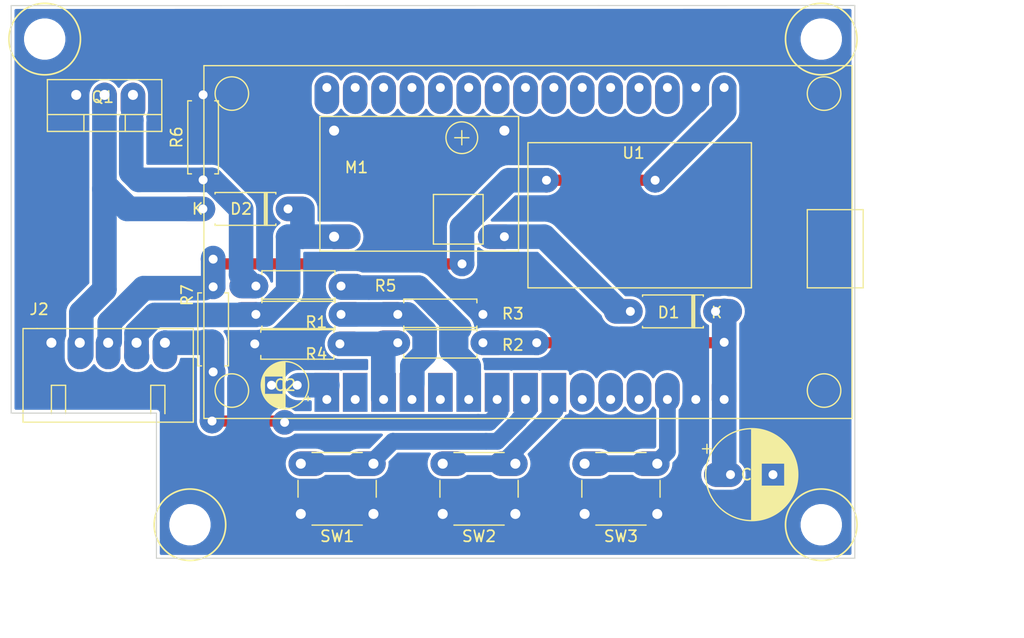
<source format=kicad_pcb>
(kicad_pcb (version 20171130) (host pcbnew "(5.1.6)-1")

  (general
    (thickness 1.6)
    (drawings 8)
    (tracks 126)
    (zones 0)
    (modules 22)
    (nets 34)
  )

  (page A4)
  (layers
    (0 F.Cu signal)
    (31 B.Cu signal)
    (32 B.Adhes user)
    (33 F.Adhes user)
    (34 B.Paste user)
    (35 F.Paste user)
    (36 B.SilkS user)
    (37 F.SilkS user)
    (38 B.Mask user hide)
    (39 F.Mask user hide)
    (40 Dwgs.User user)
    (41 Cmts.User user)
    (42 Eco1.User user)
    (43 Eco2.User user)
    (44 Edge.Cuts user)
    (45 Margin user)
    (46 B.CrtYd user)
    (47 F.CrtYd user)
    (48 B.Fab user hide)
    (49 F.Fab user)
  )

  (setup
    (last_trace_width 0.25)
    (user_trace_width 1)
    (user_trace_width 1.5)
    (user_trace_width 2.2)
    (user_trace_width 2.6)
    (trace_clearance 0.2)
    (zone_clearance 0.508)
    (zone_45_only no)
    (trace_min 0.2)
    (via_size 0.8)
    (via_drill 0.4)
    (via_min_size 0.4)
    (via_min_drill 0.3)
    (user_via 2.2 0.8)
    (uvia_size 0.3)
    (uvia_drill 0.1)
    (uvias_allowed no)
    (uvia_min_size 0.2)
    (uvia_min_drill 0.1)
    (edge_width 0.1)
    (segment_width 0.2)
    (pcb_text_width 0.3)
    (pcb_text_size 1.5 1.5)
    (mod_edge_width 0.15)
    (mod_text_size 1 1)
    (mod_text_width 0.15)
    (pad_size 2.2 2.2)
    (pad_drill 0.8)
    (pad_to_mask_clearance 0)
    (aux_axis_origin 55.1 119.9)
    (grid_origin 150.477 80.911)
    (visible_elements 7FFFFFFF)
    (pcbplotparams
      (layerselection 0x01040_fffffffe)
      (usegerberextensions false)
      (usegerberattributes true)
      (usegerberadvancedattributes true)
      (creategerberjobfile false)
      (excludeedgelayer true)
      (linewidth 0.100000)
      (plotframeref false)
      (viasonmask true)
      (mode 1)
      (useauxorigin true)
      (hpglpennumber 1)
      (hpglpenspeed 20)
      (hpglpendiameter 15.000000)
      (psnegative false)
      (psa4output false)
      (plotreference true)
      (plotvalue true)
      (plotinvisibletext false)
      (padsonsilk false)
      (subtractmaskfromsilk false)
      (outputformat 1)
      (mirror false)
      (drillshape 0)
      (scaleselection 1)
      (outputdirectory "plot/"))
  )

  (net 0 "")
  (net 1 GND)
  (net 2 "Net-(D1-Pad2)")
  (net 3 +12V)
  (net 4 S_12V)
  (net 5 RELAY)
  (net 6 BUTTON1)
  (net 7 BUTTON2)
  (net 8 BUTTON3)
  (net 9 "Net-(U1-Pad14)")
  (net 10 "Net-(U1-Pad16)")
  (net 11 SCL)
  (net 12 "Net-(U1-Pad18)")
  (net 13 "Net-(U1-Pad19)")
  (net 14 SDA)
  (net 15 "Net-(U1-Pad21)")
  (net 16 "Net-(U1-Pad22)")
  (net 17 "Net-(U1-Pad23)")
  (net 18 "Net-(U1-Pad24)")
  (net 19 "Net-(U1-Pad25)")
  (net 20 ONE_WIRE)
  (net 21 ONBOARD_LED)
  (net 22 +3V3)
  (net 23 "Net-(U1-Pad6)")
  (net 24 "Net-(U1-Pad28)")
  (net 25 "Net-(U1-Pad4)")
  (net 26 "Net-(U1-Pad5)")
  (net 27 "Net-(U1-Pad26)")
  (net 28 "Net-(U1-Pad11)")
  (net 29 FAN-)
  (net 30 "Net-(Q1-Pad1)")
  (net 31 EN)
  (net 32 +5V)
  (net 33 S_5V)

  (net_class Default "This is the default net class."
    (clearance 0.2)
    (trace_width 0.25)
    (via_dia 0.8)
    (via_drill 0.4)
    (uvia_dia 0.3)
    (uvia_drill 0.1)
    (add_net +12V)
    (add_net +3V3)
    (add_net +5V)
    (add_net BUTTON1)
    (add_net BUTTON2)
    (add_net BUTTON3)
    (add_net EN)
    (add_net FAN-)
    (add_net GND)
    (add_net "Net-(D1-Pad2)")
    (add_net "Net-(Q1-Pad1)")
    (add_net "Net-(U1-Pad11)")
    (add_net "Net-(U1-Pad14)")
    (add_net "Net-(U1-Pad16)")
    (add_net "Net-(U1-Pad18)")
    (add_net "Net-(U1-Pad19)")
    (add_net "Net-(U1-Pad21)")
    (add_net "Net-(U1-Pad22)")
    (add_net "Net-(U1-Pad23)")
    (add_net "Net-(U1-Pad24)")
    (add_net "Net-(U1-Pad25)")
    (add_net "Net-(U1-Pad26)")
    (add_net "Net-(U1-Pad28)")
    (add_net "Net-(U1-Pad4)")
    (add_net "Net-(U1-Pad5)")
    (add_net "Net-(U1-Pad6)")
    (add_net ONBOARD_LED)
    (add_net ONE_WIRE)
    (add_net RELAY)
    (add_net SCL)
    (add_net SDA)
    (add_net S_12V)
    (add_net S_5V)
  )

  (module 0_my_footprints:myMountingHole_3.2mm_M3 (layer F.Cu) (tedit 669BF647) (tstamp 6715AD98)
    (at 127.6 73.4)
    (descr "Mounting Hole 3.2mm, no annular, M3")
    (tags "mounting hole 3.2mm no annular m3")
    (attr virtual)
    (fp_text reference REF** (at 0 -4.2) (layer B.Fab)
      (effects (font (size 1 1) (thickness 0.15)))
    )
    (fp_text value myMountingHole_3.2mm_M3 (at 0 4.2) (layer B.Fab)
      (effects (font (size 1 1) (thickness 0.15)))
    )
    (fp_circle (center 0 0) (end 3.2 0) (layer F.SilkS) (width 0.15))
    (pad "" np_thru_hole circle (at 0 0) (size 3.2 3.2) (drill 3.2) (layers *.Cu *.Mask))
  )

  (module 0_my_footprints:myMountingHole_3.2mm_M3 (layer F.Cu) (tedit 669BF647) (tstamp 6715AD98)
    (at 127.6 116.9)
    (descr "Mounting Hole 3.2mm, no annular, M3")
    (tags "mounting hole 3.2mm no annular m3")
    (attr virtual)
    (fp_text reference REF** (at 0 -4.2) (layer B.Fab)
      (effects (font (size 1 1) (thickness 0.15)))
    )
    (fp_text value myMountingHole_3.2mm_M3 (at 0 4.2) (layer B.Fab)
      (effects (font (size 1 1) (thickness 0.15)))
    )
    (fp_circle (center 0 0) (end 3.2 0) (layer F.SilkS) (width 0.15))
    (pad "" np_thru_hole circle (at 0 0) (size 3.2 3.2) (drill 3.2) (layers *.Cu *.Mask))
  )

  (module 0_my_footprints:myMountingHole_3.2mm_M3 (layer F.Cu) (tedit 669BF647) (tstamp 6715AD98)
    (at 71.1 116.9)
    (descr "Mounting Hole 3.2mm, no annular, M3")
    (tags "mounting hole 3.2mm no annular m3")
    (attr virtual)
    (fp_text reference REF** (at 0 -4.2) (layer B.Fab)
      (effects (font (size 1 1) (thickness 0.15)))
    )
    (fp_text value myMountingHole_3.2mm_M3 (at 0 4.2) (layer B.Fab)
      (effects (font (size 1 1) (thickness 0.15)))
    )
    (fp_circle (center 0 0) (end 3.2 0) (layer F.SilkS) (width 0.15))
    (pad "" np_thru_hole circle (at 0 0) (size 3.2 3.2) (drill 3.2) (layers *.Cu *.Mask))
  )

  (module 0_my_footprints:myMountingHole_3.2mm_M3 (layer F.Cu) (tedit 669BF647) (tstamp 6715AD95)
    (at 58.1 73.4)
    (descr "Mounting Hole 3.2mm, no annular, M3")
    (tags "mounting hole 3.2mm no annular m3")
    (attr virtual)
    (fp_text reference REF** (at 0 -4.2) (layer B.Fab)
      (effects (font (size 1 1) (thickness 0.15)))
    )
    (fp_text value myMountingHole_3.2mm_M3 (at 0 4.2) (layer B.Fab)
      (effects (font (size 1 1) (thickness 0.15)))
    )
    (fp_circle (center 0 0) (end 3.2 0) (layer F.SilkS) (width 0.15))
    (pad "" np_thru_hole circle (at 0 0) (size 3.2 3.2) (drill 3.2) (layers *.Cu *.Mask))
  )

  (module 0_my_footprints2:CP_my100uf (layer F.Cu) (tedit 669520F6) (tstamp 67151D33)
    (at 119.477 112.411)
    (descr "CP, Radial series, Radial, pin pitch=3.80mm, , diameter=8mm, Electrolytic Capacitor")
    (tags "CP Radial series Radial pin pitch 3.80mm  diameter 8mm Electrolytic Capacitor")
    (path /671A6D4E)
    (fp_text reference C1 (at 1.9 0) (layer F.SilkS)
      (effects (font (size 1 1) (thickness 0.15)))
    )
    (fp_text value 100uf (at 1.6 -6.1) (layer F.Fab)
      (effects (font (size 1 1) (thickness 0.15)))
    )
    (fp_line (start -2.109698 -2.715) (end -2.109698 -1.915) (layer F.SilkS) (width 0.12))
    (fp_line (start -2.509698 -2.315) (end -1.709698 -2.315) (layer F.SilkS) (width 0.12))
    (fp_line (start 5.981 -0.533) (end 5.981 0.533) (layer F.SilkS) (width 0.12))
    (fp_line (start 5.941 -0.768) (end 5.941 0.768) (layer F.SilkS) (width 0.12))
    (fp_line (start 5.901 -0.948) (end 5.901 0.948) (layer F.SilkS) (width 0.12))
    (fp_line (start 5.861 -1.098) (end 5.861 1.098) (layer F.SilkS) (width 0.12))
    (fp_line (start 5.821 -1.229) (end 5.821 1.229) (layer F.SilkS) (width 0.12))
    (fp_line (start 5.781 -1.346) (end 5.781 1.346) (layer F.SilkS) (width 0.12))
    (fp_line (start 5.741 -1.453) (end 5.741 1.453) (layer F.SilkS) (width 0.12))
    (fp_line (start 5.701 -1.552) (end 5.701 1.552) (layer F.SilkS) (width 0.12))
    (fp_line (start 5.661 -1.645) (end 5.661 1.645) (layer F.SilkS) (width 0.12))
    (fp_line (start 5.621 -1.731) (end 5.621 1.731) (layer F.SilkS) (width 0.12))
    (fp_line (start 5.581 -1.813) (end 5.581 1.813) (layer F.SilkS) (width 0.12))
    (fp_line (start 5.541 -1.89) (end 5.541 1.89) (layer F.SilkS) (width 0.12))
    (fp_line (start 5.501 -1.964) (end 5.501 1.964) (layer F.SilkS) (width 0.12))
    (fp_line (start 5.461 -2.034) (end 5.461 2.034) (layer F.SilkS) (width 0.12))
    (fp_line (start 5.421 -2.102) (end 5.421 2.102) (layer F.SilkS) (width 0.12))
    (fp_line (start 5.381 -2.166) (end 5.381 2.166) (layer F.SilkS) (width 0.12))
    (fp_line (start 5.341 -2.228) (end 5.341 2.228) (layer F.SilkS) (width 0.12))
    (fp_line (start 5.301 -2.287) (end 5.301 2.287) (layer F.SilkS) (width 0.12))
    (fp_line (start 5.261 -2.345) (end 5.261 2.345) (layer F.SilkS) (width 0.12))
    (fp_line (start 5.221 -2.4) (end 5.221 2.4) (layer F.SilkS) (width 0.12))
    (fp_line (start 5.181 -2.454) (end 5.181 2.454) (layer F.SilkS) (width 0.12))
    (fp_line (start 5.141 -2.505) (end 5.141 2.505) (layer F.SilkS) (width 0.12))
    (fp_line (start 5.101 -2.556) (end 5.101 2.556) (layer F.SilkS) (width 0.12))
    (fp_line (start 5.061 -2.604) (end 5.061 2.604) (layer F.SilkS) (width 0.12))
    (fp_line (start 5.021 -2.651) (end 5.021 2.651) (layer F.SilkS) (width 0.12))
    (fp_line (start 4.981 -2.697) (end 4.981 2.697) (layer F.SilkS) (width 0.12))
    (fp_line (start 4.941 -2.741) (end 4.941 2.741) (layer F.SilkS) (width 0.12))
    (fp_line (start 4.901 -2.784) (end 4.901 2.784) (layer F.SilkS) (width 0.12))
    (fp_line (start 4.861 -2.826) (end 4.861 2.826) (layer F.SilkS) (width 0.12))
    (fp_line (start 4.821 1.04) (end 4.821 2.867) (layer F.SilkS) (width 0.12))
    (fp_line (start 4.821 -2.867) (end 4.821 -1.04) (layer F.SilkS) (width 0.12))
    (fp_line (start 4.781 1.04) (end 4.781 2.907) (layer F.SilkS) (width 0.12))
    (fp_line (start 4.781 -2.907) (end 4.781 -1.04) (layer F.SilkS) (width 0.12))
    (fp_line (start 4.741 1.04) (end 4.741 2.945) (layer F.SilkS) (width 0.12))
    (fp_line (start 4.741 -2.945) (end 4.741 -1.04) (layer F.SilkS) (width 0.12))
    (fp_line (start 4.701 1.04) (end 4.701 2.983) (layer F.SilkS) (width 0.12))
    (fp_line (start 4.701 -2.983) (end 4.701 -1.04) (layer F.SilkS) (width 0.12))
    (fp_line (start 4.661 1.04) (end 4.661 3.019) (layer F.SilkS) (width 0.12))
    (fp_line (start 4.661 -3.019) (end 4.661 -1.04) (layer F.SilkS) (width 0.12))
    (fp_line (start 4.621 1.04) (end 4.621 3.055) (layer F.SilkS) (width 0.12))
    (fp_line (start 4.621 -3.055) (end 4.621 -1.04) (layer F.SilkS) (width 0.12))
    (fp_line (start 4.581 1.04) (end 4.581 3.09) (layer F.SilkS) (width 0.12))
    (fp_line (start 4.581 -3.09) (end 4.581 -1.04) (layer F.SilkS) (width 0.12))
    (fp_line (start 4.541 1.04) (end 4.541 3.124) (layer F.SilkS) (width 0.12))
    (fp_line (start 4.541 -3.124) (end 4.541 -1.04) (layer F.SilkS) (width 0.12))
    (fp_line (start 4.501 1.04) (end 4.501 3.156) (layer F.SilkS) (width 0.12))
    (fp_line (start 4.501 -3.156) (end 4.501 -1.04) (layer F.SilkS) (width 0.12))
    (fp_line (start 4.461 1.04) (end 4.461 3.189) (layer F.SilkS) (width 0.12))
    (fp_line (start 4.461 -3.189) (end 4.461 -1.04) (layer F.SilkS) (width 0.12))
    (fp_line (start 4.421 1.04) (end 4.421 3.22) (layer F.SilkS) (width 0.12))
    (fp_line (start 4.421 -3.22) (end 4.421 -1.04) (layer F.SilkS) (width 0.12))
    (fp_line (start 4.381 1.04) (end 4.381 3.25) (layer F.SilkS) (width 0.12))
    (fp_line (start 4.381 -3.25) (end 4.381 -1.04) (layer F.SilkS) (width 0.12))
    (fp_line (start 4.341 1.04) (end 4.341 3.28) (layer F.SilkS) (width 0.12))
    (fp_line (start 4.341 -3.28) (end 4.341 -1.04) (layer F.SilkS) (width 0.12))
    (fp_line (start 4.301 1.04) (end 4.301 3.309) (layer F.SilkS) (width 0.12))
    (fp_line (start 4.301 -3.309) (end 4.301 -1.04) (layer F.SilkS) (width 0.12))
    (fp_line (start 4.261 1.04) (end 4.261 3.338) (layer F.SilkS) (width 0.12))
    (fp_line (start 4.261 -3.338) (end 4.261 -1.04) (layer F.SilkS) (width 0.12))
    (fp_line (start 4.221 1.04) (end 4.221 3.365) (layer F.SilkS) (width 0.12))
    (fp_line (start 4.221 -3.365) (end 4.221 -1.04) (layer F.SilkS) (width 0.12))
    (fp_line (start 4.181 1.04) (end 4.181 3.392) (layer F.SilkS) (width 0.12))
    (fp_line (start 4.181 -3.392) (end 4.181 -1.04) (layer F.SilkS) (width 0.12))
    (fp_line (start 4.141 1.04) (end 4.141 3.418) (layer F.SilkS) (width 0.12))
    (fp_line (start 4.141 -3.418) (end 4.141 -1.04) (layer F.SilkS) (width 0.12))
    (fp_line (start 4.101 1.04) (end 4.101 3.444) (layer F.SilkS) (width 0.12))
    (fp_line (start 4.101 -3.444) (end 4.101 -1.04) (layer F.SilkS) (width 0.12))
    (fp_line (start 4.061 1.04) (end 4.061 3.469) (layer F.SilkS) (width 0.12))
    (fp_line (start 4.061 -3.469) (end 4.061 -1.04) (layer F.SilkS) (width 0.12))
    (fp_line (start 4.021 1.04) (end 4.021 3.493) (layer F.SilkS) (width 0.12))
    (fp_line (start 4.021 -3.493) (end 4.021 -1.04) (layer F.SilkS) (width 0.12))
    (fp_line (start 3.981 1.04) (end 3.981 3.517) (layer F.SilkS) (width 0.12))
    (fp_line (start 3.981 -3.517) (end 3.981 -1.04) (layer F.SilkS) (width 0.12))
    (fp_line (start 3.941 1.04) (end 3.941 3.54) (layer F.SilkS) (width 0.12))
    (fp_line (start 3.941 -3.54) (end 3.941 -1.04) (layer F.SilkS) (width 0.12))
    (fp_line (start 3.901 1.04) (end 3.901 3.562) (layer F.SilkS) (width 0.12))
    (fp_line (start 3.901 -3.562) (end 3.901 -1.04) (layer F.SilkS) (width 0.12))
    (fp_line (start 3.861 1.04) (end 3.861 3.584) (layer F.SilkS) (width 0.12))
    (fp_line (start 3.861 -3.584) (end 3.861 -1.04) (layer F.SilkS) (width 0.12))
    (fp_line (start 3.821 1.04) (end 3.821 3.606) (layer F.SilkS) (width 0.12))
    (fp_line (start 3.821 -3.606) (end 3.821 -1.04) (layer F.SilkS) (width 0.12))
    (fp_line (start 3.781 1.04) (end 3.781 3.627) (layer F.SilkS) (width 0.12))
    (fp_line (start 3.781 -3.627) (end 3.781 -1.04) (layer F.SilkS) (width 0.12))
    (fp_line (start 3.741 1.04) (end 3.741 3.647) (layer F.SilkS) (width 0.12))
    (fp_line (start 3.741 -3.647) (end 3.741 -1.04) (layer F.SilkS) (width 0.12))
    (fp_line (start 3.701 1.04) (end 3.701 3.666) (layer F.SilkS) (width 0.12))
    (fp_line (start 3.701 -3.666) (end 3.701 -1.04) (layer F.SilkS) (width 0.12))
    (fp_line (start 3.661 1.04) (end 3.661 3.686) (layer F.SilkS) (width 0.12))
    (fp_line (start 3.661 -3.686) (end 3.661 -1.04) (layer F.SilkS) (width 0.12))
    (fp_line (start 3.621 1.04) (end 3.621 3.704) (layer F.SilkS) (width 0.12))
    (fp_line (start 3.621 -3.704) (end 3.621 -1.04) (layer F.SilkS) (width 0.12))
    (fp_line (start 3.581 1.04) (end 3.581 3.722) (layer F.SilkS) (width 0.12))
    (fp_line (start 3.581 -3.722) (end 3.581 -1.04) (layer F.SilkS) (width 0.12))
    (fp_line (start 3.541 1.04) (end 3.541 3.74) (layer F.SilkS) (width 0.12))
    (fp_line (start 3.541 -3.74) (end 3.541 -1.04) (layer F.SilkS) (width 0.12))
    (fp_line (start 3.501 1.04) (end 3.501 3.757) (layer F.SilkS) (width 0.12))
    (fp_line (start 3.501 -3.757) (end 3.501 -1.04) (layer F.SilkS) (width 0.12))
    (fp_line (start 3.461 1.04) (end 3.461 3.774) (layer F.SilkS) (width 0.12))
    (fp_line (start 3.461 -3.774) (end 3.461 -1.04) (layer F.SilkS) (width 0.12))
    (fp_line (start 3.421 1.04) (end 3.421 3.79) (layer F.SilkS) (width 0.12))
    (fp_line (start 3.421 -3.79) (end 3.421 -1.04) (layer F.SilkS) (width 0.12))
    (fp_line (start 3.381 1.04) (end 3.381 3.805) (layer F.SilkS) (width 0.12))
    (fp_line (start 3.381 -3.805) (end 3.381 -1.04) (layer F.SilkS) (width 0.12))
    (fp_line (start 3.341 1.04) (end 3.341 3.821) (layer F.SilkS) (width 0.12))
    (fp_line (start 3.341 -3.821) (end 3.341 -1.04) (layer F.SilkS) (width 0.12))
    (fp_line (start 3.301 1.04) (end 3.301 3.835) (layer F.SilkS) (width 0.12))
    (fp_line (start 3.301 -3.835) (end 3.301 -1.04) (layer F.SilkS) (width 0.12))
    (fp_line (start 3.261 1.04) (end 3.261 3.85) (layer F.SilkS) (width 0.12))
    (fp_line (start 3.261 -3.85) (end 3.261 -1.04) (layer F.SilkS) (width 0.12))
    (fp_line (start 3.221 1.04) (end 3.221 3.863) (layer F.SilkS) (width 0.12))
    (fp_line (start 3.221 -3.863) (end 3.221 -1.04) (layer F.SilkS) (width 0.12))
    (fp_line (start 3.181 1.04) (end 3.181 3.877) (layer F.SilkS) (width 0.12))
    (fp_line (start 3.181 -3.877) (end 3.181 -1.04) (layer F.SilkS) (width 0.12))
    (fp_line (start 3.141 1.04) (end 3.141 3.889) (layer F.SilkS) (width 0.12))
    (fp_line (start 3.141 -3.889) (end 3.141 -1.04) (layer F.SilkS) (width 0.12))
    (fp_line (start 3.101 1.04) (end 3.101 3.902) (layer F.SilkS) (width 0.12))
    (fp_line (start 3.101 -3.902) (end 3.101 -1.04) (layer F.SilkS) (width 0.12))
    (fp_line (start 3.061 1.04) (end 3.061 3.914) (layer F.SilkS) (width 0.12))
    (fp_line (start 3.061 -3.914) (end 3.061 -1.04) (layer F.SilkS) (width 0.12))
    (fp_line (start 3.021 1.04) (end 3.021 3.925) (layer F.SilkS) (width 0.12))
    (fp_line (start 3.021 -3.925) (end 3.021 -1.04) (layer F.SilkS) (width 0.12))
    (fp_line (start 2.981 1.04) (end 2.981 3.936) (layer F.SilkS) (width 0.12))
    (fp_line (start 2.981 -3.936) (end 2.981 -1.04) (layer F.SilkS) (width 0.12))
    (fp_line (start 2.941 1.04) (end 2.941 3.947) (layer F.SilkS) (width 0.12))
    (fp_line (start 2.941 -3.947) (end 2.941 -1.04) (layer F.SilkS) (width 0.12))
    (fp_line (start 2.901 1.04) (end 2.901 3.957) (layer F.SilkS) (width 0.12))
    (fp_line (start 2.901 -3.957) (end 2.901 -1.04) (layer F.SilkS) (width 0.12))
    (fp_line (start 2.861 1.04) (end 2.861 3.967) (layer F.SilkS) (width 0.12))
    (fp_line (start 2.861 -3.967) (end 2.861 -1.04) (layer F.SilkS) (width 0.12))
    (fp_line (start 2.821 1.04) (end 2.821 3.976) (layer F.SilkS) (width 0.12))
    (fp_line (start 2.821 -3.976) (end 2.821 -1.04) (layer F.SilkS) (width 0.12))
    (fp_line (start 2.781 1.04) (end 2.781 3.985) (layer F.SilkS) (width 0.12))
    (fp_line (start 2.781 -3.985) (end 2.781 -1.04) (layer F.SilkS) (width 0.12))
    (fp_line (start 2.741 -3.994) (end 2.741 3.994) (layer F.SilkS) (width 0.12))
    (fp_line (start 2.701 -4.002) (end 2.701 4.002) (layer F.SilkS) (width 0.12))
    (fp_line (start 2.661 -4.01) (end 2.661 4.01) (layer F.SilkS) (width 0.12))
    (fp_line (start 2.621 -4.017) (end 2.621 4.017) (layer F.SilkS) (width 0.12))
    (fp_line (start 2.58 -4.024) (end 2.58 4.024) (layer F.SilkS) (width 0.12))
    (fp_line (start 2.54 -4.03) (end 2.54 4.03) (layer F.SilkS) (width 0.12))
    (fp_line (start 2.5 -4.037) (end 2.5 4.037) (layer F.SilkS) (width 0.12))
    (fp_line (start 2.46 -4.042) (end 2.46 4.042) (layer F.SilkS) (width 0.12))
    (fp_line (start 2.42 -4.048) (end 2.42 4.048) (layer F.SilkS) (width 0.12))
    (fp_line (start 2.38 -4.052) (end 2.38 4.052) (layer F.SilkS) (width 0.12))
    (fp_line (start 2.34 -4.057) (end 2.34 4.057) (layer F.SilkS) (width 0.12))
    (fp_line (start 2.3 -4.061) (end 2.3 4.061) (layer F.SilkS) (width 0.12))
    (fp_line (start 2.26 -4.065) (end 2.26 4.065) (layer F.SilkS) (width 0.12))
    (fp_line (start 2.22 -4.068) (end 2.22 4.068) (layer F.SilkS) (width 0.12))
    (fp_line (start 2.18 -4.071) (end 2.18 4.071) (layer F.SilkS) (width 0.12))
    (fp_line (start 2.14 -4.074) (end 2.14 4.074) (layer F.SilkS) (width 0.12))
    (fp_line (start 2.1 -4.076) (end 2.1 4.076) (layer F.SilkS) (width 0.12))
    (fp_line (start 2.06 -4.077) (end 2.06 4.077) (layer F.SilkS) (width 0.12))
    (fp_line (start 2.02 -4.079) (end 2.02 4.079) (layer F.SilkS) (width 0.12))
    (fp_line (start 1.98 -4.08) (end 1.98 4.08) (layer F.SilkS) (width 0.12))
    (fp_line (start 1.94 -4.08) (end 1.94 4.08) (layer F.SilkS) (width 0.12))
    (fp_line (start 1.9 -4.08) (end 1.9 4.08) (layer F.SilkS) (width 0.12))
    (fp_line (start -1.126759 -2.1475) (end -1.126759 -1.3475) (layer F.Fab) (width 0.1))
    (fp_line (start -1.526759 -1.7475) (end -0.726759 -1.7475) (layer F.Fab) (width 0.1))
    (fp_circle (center 1.9 0) (end 6.15 0) (layer F.CrtYd) (width 0.05))
    (fp_circle (center 1.9 0) (end 6.02 0) (layer F.SilkS) (width 0.12))
    (fp_circle (center 1.9 0) (end 5.9 0) (layer F.Fab) (width 0.1))
    (fp_text user %R (at 1.9 0) (layer F.Fab)
      (effects (font (size 1 1) (thickness 0.15)))
    )
    (pad 2 thru_hole oval (at 3.8 0) (size 3.47 2.2) (drill 0.8 (offset 0.535 0)) (layers *.Cu *.Mask)
      (net 1 GND))
    (pad 1 thru_hole oval (at 0 0) (size 3.47 2.2) (drill 0.8 (offset -0.635 0)) (layers *.Cu *.Mask)
      (net 32 +5V))
    (model ${KISYS3DMOD}/Capacitor_THT.3dshapes/CP_Radial_D8.0mm_P3.80mm.wrl
      (at (xyz 0 0 0))
      (scale (xyz 1 1 1))
      (rotate (xyz 0 0 0))
    )
  )

  (module 0_my_footprints:myDiodeSchotsky (layer F.Cu) (tedit 671532C2) (tstamp 676C37FC)
    (at 118.135 97.79 180)
    (descr "Diode, DO-41_SOD81 series, Axial, Horizontal, pin pitch=7.62mm, , length*diameter=5.2*2.7mm^2, , http://www.diodes.com/_files/packages/DO-41%20(Plastic).pdf")
    (tags "Diode DO-41_SOD81 series Axial Horizontal pin pitch 7.62mm  length 5.2mm diameter 2.7mm")
    (path /67022BE0)
    (fp_text reference D1 (at 4.2 -0.1) (layer F.SilkS)
      (effects (font (size 1 1) (thickness 0.15)))
    )
    (fp_text value 1N4005 (at 4 -3.4) (layer F.Fab)
      (effects (font (size 1 1) (thickness 0.15)))
    )
    (fp_line (start 8.97 -1.6) (end -1.35 -1.6) (layer F.CrtYd) (width 0.05))
    (fp_line (start 8.97 1.6) (end 8.97 -1.6) (layer F.CrtYd) (width 0.05))
    (fp_line (start -1.35 1.6) (end 8.97 1.6) (layer F.CrtYd) (width 0.05))
    (fp_line (start -1.35 -1.6) (end -1.35 1.6) (layer F.CrtYd) (width 0.05))
    (fp_line (start 1.87 -1.47) (end 1.87 1.47) (layer F.SilkS) (width 0.12))
    (fp_line (start 2.11 -1.47) (end 2.11 1.47) (layer F.SilkS) (width 0.12))
    (fp_line (start 1.99 -1.47) (end 1.99 1.47) (layer F.SilkS) (width 0.12))
    (fp_line (start 6.53 1.47) (end 6.53 1.34) (layer F.SilkS) (width 0.12))
    (fp_line (start 1.09 1.47) (end 6.53 1.47) (layer F.SilkS) (width 0.12))
    (fp_line (start 1.09 1.34) (end 1.09 1.47) (layer F.SilkS) (width 0.12))
    (fp_line (start 6.53 -1.47) (end 6.53 -1.34) (layer F.SilkS) (width 0.12))
    (fp_line (start 1.09 -1.47) (end 6.53 -1.47) (layer F.SilkS) (width 0.12))
    (fp_line (start 1.09 -1.34) (end 1.09 -1.47) (layer F.SilkS) (width 0.12))
    (fp_line (start 1.89 -1.35) (end 1.89 1.35) (layer F.Fab) (width 0.1))
    (fp_line (start 2.09 -1.35) (end 2.09 1.35) (layer F.Fab) (width 0.1))
    (fp_line (start 1.99 -1.35) (end 1.99 1.35) (layer F.Fab) (width 0.1))
    (fp_line (start 7.62 0) (end 6.41 0) (layer F.Fab) (width 0.1))
    (fp_line (start 0 0) (end 1.21 0) (layer F.Fab) (width 0.1))
    (fp_line (start 6.41 -1.35) (end 1.21 -1.35) (layer F.Fab) (width 0.1))
    (fp_line (start 6.41 1.35) (end 6.41 -1.35) (layer F.Fab) (width 0.1))
    (fp_line (start 1.21 1.35) (end 6.41 1.35) (layer F.Fab) (width 0.1))
    (fp_line (start 1.21 -1.35) (end 1.21 1.35) (layer F.Fab) (width 0.1))
    (fp_text user K (at -0.1 -0.1) (layer F.SilkS)
      (effects (font (size 1 1) (thickness 0.15)))
    )
    (fp_text user K (at -0.1 -0.1) (layer F.Fab)
      (effects (font (size 1 1) (thickness 0.15)))
    )
    (fp_text user %R (at 4.2 0) (layer F.Fab)
      (effects (font (size 1 1) (thickness 0.15)))
    )
    (pad 2 thru_hole oval (at 7.62 0 180) (size 3.47 2.2) (drill 0.8 (offset 0.635 0)) (layers *.Cu *.Mask)
      (net 2 "Net-(D1-Pad2)"))
    (pad 1 thru_hole oval (at 0 0 180) (size 3.47 2.2) (drill 0.8 (offset -0.635 0)) (layers *.Cu *.Mask)
      (net 32 +5V))
    (model ${KISYS3DMOD}/Diode_THT.3dshapes/D_DO-41_SOD81_P7.62mm_Horizontal.wrl
      (at (xyz 0 0 0))
      (scale (xyz 1 1 1))
      (rotate (xyz 0 0 0))
    )
  )

  (module 0_my_footprints2:resistor (layer F.Cu) (tedit 663A806F) (tstamp 676C38D2)
    (at 84.62 98.06 180)
    (descr "resistor with bigger pads")
    (path /66C796DC)
    (fp_text reference R1 (at 2.215 -0.6945) (layer F.SilkS)
      (effects (font (size 1 1) (thickness 0.15)))
    )
    (fp_text value 10K (at 4.12 0.06) (layer F.Fab)
      (effects (font (size 1 1) (thickness 0.15)))
    )
    (fp_line (start 0.66 -1.25) (end 0.66 1.25) (layer F.Fab) (width 0.1))
    (fp_line (start 0.66 1.25) (end 6.96 1.25) (layer F.Fab) (width 0.1))
    (fp_line (start 6.96 1.25) (end 6.96 -1.25) (layer F.Fab) (width 0.1))
    (fp_line (start 6.96 -1.25) (end 0.66 -1.25) (layer F.Fab) (width 0.1))
    (fp_line (start 0 0) (end 0.66 0) (layer F.Fab) (width 0.1))
    (fp_line (start 7.62 0) (end 6.96 0) (layer F.Fab) (width 0.1))
    (fp_line (start 0.54 -1.04) (end 0.54 -1.37) (layer F.SilkS) (width 0.12))
    (fp_line (start 0.54 -1.37) (end 7.08 -1.37) (layer F.SilkS) (width 0.12))
    (fp_line (start 7.08 -1.37) (end 7.08 -1.04) (layer F.SilkS) (width 0.12))
    (fp_line (start 0.54 1.04) (end 0.54 1.37) (layer F.SilkS) (width 0.12))
    (fp_line (start 0.54 1.37) (end 7.08 1.37) (layer F.SilkS) (width 0.12))
    (fp_line (start 7.08 1.37) (end 7.08 1.04) (layer F.SilkS) (width 0.12))
    (fp_line (start -1.05 -1.5) (end -1.05 1.5) (layer F.CrtYd) (width 0.05))
    (fp_line (start -1.05 1.5) (end 8.67 1.5) (layer F.CrtYd) (width 0.05))
    (fp_line (start 8.67 1.5) (end 8.67 -1.5) (layer F.CrtYd) (width 0.05))
    (fp_line (start 8.67 -1.5) (end -1.05 -1.5) (layer F.CrtYd) (width 0.05))
    (fp_text user %R (at 2.215 -0.6945) (layer F.Fab)
      (effects (font (size 1 1) (thickness 0.15)))
    )
    (pad 2 thru_hole oval (at 7.62 0 180) (size 3.47 2.2) (drill 0.8 (offset 0.635 0)) (layers *.Cu *.Mask)
      (net 3 +12V))
    (pad 1 thru_hole oval (at 0 0 180) (size 3.47 2.2) (drill 0.8 (offset -0.635 0)) (layers *.Cu *.Mask)
      (net 4 S_12V))
    (model ${KISYS3DMOD}/Resistor_THT.3dshapes/R_Axial_DIN0207_L6.3mm_D2.5mm_P7.62mm_Horizontal.wrl
      (at (xyz 0 0 0))
      (scale (xyz 1 1 1))
      (rotate (xyz 0 0 0))
    )
  )

  (module 0_my_footprints2:resistor (layer F.Cu) (tedit 663A806F) (tstamp 676C3890)
    (at 89.7 100.6)
    (descr "resistor with bigger pads")
    (path /66E44274)
    (fp_text reference R2 (at 10.3 0.2) (layer F.SilkS)
      (effects (font (size 1 1) (thickness 0.15)))
    )
    (fp_text value 4.7K (at 3.8 0.1) (layer F.Fab)
      (effects (font (size 1 1) (thickness 0.15)))
    )
    (fp_line (start 0.66 -1.25) (end 0.66 1.25) (layer F.Fab) (width 0.1))
    (fp_line (start 0.66 1.25) (end 6.96 1.25) (layer F.Fab) (width 0.1))
    (fp_line (start 6.96 1.25) (end 6.96 -1.25) (layer F.Fab) (width 0.1))
    (fp_line (start 6.96 -1.25) (end 0.66 -1.25) (layer F.Fab) (width 0.1))
    (fp_line (start 0 0) (end 0.66 0) (layer F.Fab) (width 0.1))
    (fp_line (start 7.62 0) (end 6.96 0) (layer F.Fab) (width 0.1))
    (fp_line (start 0.54 -1.04) (end 0.54 -1.37) (layer F.SilkS) (width 0.12))
    (fp_line (start 0.54 -1.37) (end 7.08 -1.37) (layer F.SilkS) (width 0.12))
    (fp_line (start 7.08 -1.37) (end 7.08 -1.04) (layer F.SilkS) (width 0.12))
    (fp_line (start 0.54 1.04) (end 0.54 1.37) (layer F.SilkS) (width 0.12))
    (fp_line (start 0.54 1.37) (end 7.08 1.37) (layer F.SilkS) (width 0.12))
    (fp_line (start 7.08 1.37) (end 7.08 1.04) (layer F.SilkS) (width 0.12))
    (fp_line (start -1.05 -1.5) (end -1.05 1.5) (layer F.CrtYd) (width 0.05))
    (fp_line (start -1.05 1.5) (end 8.67 1.5) (layer F.CrtYd) (width 0.05))
    (fp_line (start 8.67 1.5) (end 8.67 -1.5) (layer F.CrtYd) (width 0.05))
    (fp_line (start 8.67 -1.5) (end -1.05 -1.5) (layer F.CrtYd) (width 0.05))
    (fp_text user %R (at 10.3 0.2) (layer F.Fab)
      (effects (font (size 1 1) (thickness 0.15)))
    )
    (pad 2 thru_hole oval (at 7.62 0) (size 3.47 2.2) (drill 0.8 (offset 0.635 0)) (layers *.Cu *.Mask)
      (net 32 +5V))
    (pad 1 thru_hole oval (at 0 0) (size 3.47 2.2) (drill 0.8 (offset -0.635 0)) (layers *.Cu *.Mask)
      (net 33 S_5V))
    (model ${KISYS3DMOD}/Resistor_THT.3dshapes/R_Axial_DIN0207_L6.3mm_D2.5mm_P7.62mm_Horizontal.wrl
      (at (xyz 0 0 0))
      (scale (xyz 1 1 1))
      (rotate (xyz 0 0 0))
    )
  )

  (module 0_my_footprints2:resistor (layer F.Cu) (tedit 6716647F) (tstamp 676C39BF)
    (at 97.32 98.06 180)
    (descr "resistor with bigger pads")
    (path /66C7A184)
    (fp_text reference R3 (at -2.68 0.06) (layer F.SilkS)
      (effects (font (size 1 1) (thickness 0.15)))
    )
    (fp_text value 2K (at 4.12 0.16) (layer F.Fab)
      (effects (font (size 1 1) (thickness 0.15)))
    )
    (fp_line (start 0.66 -1.25) (end 0.66 1.25) (layer F.Fab) (width 0.1))
    (fp_line (start 0.66 1.25) (end 6.96 1.25) (layer F.Fab) (width 0.1))
    (fp_line (start 6.96 1.25) (end 6.96 -1.25) (layer F.Fab) (width 0.1))
    (fp_line (start 6.96 -1.25) (end 0.66 -1.25) (layer F.Fab) (width 0.1))
    (fp_line (start 0 0) (end 0.66 0) (layer F.Fab) (width 0.1))
    (fp_line (start 7.62 0) (end 6.96 0) (layer F.Fab) (width 0.1))
    (fp_line (start 0.54 -1.04) (end 0.54 -1.37) (layer F.SilkS) (width 0.12))
    (fp_line (start 0.54 -1.37) (end 7.08 -1.37) (layer F.SilkS) (width 0.12))
    (fp_line (start 7.08 -1.37) (end 7.08 -1.04) (layer F.SilkS) (width 0.12))
    (fp_line (start 0.54 1.04) (end 0.54 1.37) (layer F.SilkS) (width 0.12))
    (fp_line (start 0.54 1.37) (end 7.08 1.37) (layer F.SilkS) (width 0.12))
    (fp_line (start 7.08 1.37) (end 7.08 1.04) (layer F.SilkS) (width 0.12))
    (fp_line (start -1.05 -1.5) (end -1.05 1.5) (layer F.CrtYd) (width 0.05))
    (fp_line (start -1.05 1.5) (end 8.67 1.5) (layer F.CrtYd) (width 0.05))
    (fp_line (start 8.67 1.5) (end 8.67 -1.5) (layer F.CrtYd) (width 0.05))
    (fp_line (start 8.67 -1.5) (end -1.05 -1.5) (layer F.CrtYd) (width 0.05))
    (fp_text user %R (at -2.68 0.06) (layer F.Fab)
      (effects (font (size 1 1) (thickness 0.15)))
    )
    (pad 2 thru_hole oval (at 7.62 0 180) (size 3.47 2.2) (drill 0.8 (offset 0.635 0)) (layers *.Cu *.Mask)
      (net 4 S_12V))
    (pad 1 thru_hole oval (at 0 0 180) (size 3.47 2.2) (drill 0.8 (offset -0.635 0)) (layers *.Cu *.Mask)
      (net 1 GND))
    (model ${KISYS3DMOD}/Resistor_THT.3dshapes/R_Axial_DIN0207_L6.3mm_D2.5mm_P7.62mm_Horizontal.wrl
      (at (xyz 0 0 0))
      (scale (xyz 1 1 1))
      (rotate (xyz 0 0 0))
    )
  )

  (module 0_my_footprints2:resistor (layer F.Cu) (tedit 663A806F) (tstamp 676C384E)
    (at 76.9 100.7)
    (descr "resistor with bigger pads")
    (path /66E4426E)
    (fp_text reference R4 (at 5.505 0.912) (layer F.SilkS)
      (effects (font (size 1 1) (thickness 0.15)))
    )
    (fp_text value 4.7K (at 3.81 0.1) (layer F.Fab)
      (effects (font (size 1 1) (thickness 0.15)))
    )
    (fp_line (start 8.67 -1.5) (end -1.05 -1.5) (layer F.CrtYd) (width 0.05))
    (fp_line (start 8.67 1.5) (end 8.67 -1.5) (layer F.CrtYd) (width 0.05))
    (fp_line (start -1.05 1.5) (end 8.67 1.5) (layer F.CrtYd) (width 0.05))
    (fp_line (start -1.05 -1.5) (end -1.05 1.5) (layer F.CrtYd) (width 0.05))
    (fp_line (start 7.08 1.37) (end 7.08 1.04) (layer F.SilkS) (width 0.12))
    (fp_line (start 0.54 1.37) (end 7.08 1.37) (layer F.SilkS) (width 0.12))
    (fp_line (start 0.54 1.04) (end 0.54 1.37) (layer F.SilkS) (width 0.12))
    (fp_line (start 7.08 -1.37) (end 7.08 -1.04) (layer F.SilkS) (width 0.12))
    (fp_line (start 0.54 -1.37) (end 7.08 -1.37) (layer F.SilkS) (width 0.12))
    (fp_line (start 0.54 -1.04) (end 0.54 -1.37) (layer F.SilkS) (width 0.12))
    (fp_line (start 7.62 0) (end 6.96 0) (layer F.Fab) (width 0.1))
    (fp_line (start 0 0) (end 0.66 0) (layer F.Fab) (width 0.1))
    (fp_line (start 6.96 -1.25) (end 0.66 -1.25) (layer F.Fab) (width 0.1))
    (fp_line (start 6.96 1.25) (end 6.96 -1.25) (layer F.Fab) (width 0.1))
    (fp_line (start 0.66 1.25) (end 6.96 1.25) (layer F.Fab) (width 0.1))
    (fp_line (start 0.66 -1.25) (end 0.66 1.25) (layer F.Fab) (width 0.1))
    (fp_text user %R (at 5.5685 0.8485) (layer F.Fab)
      (effects (font (size 1 1) (thickness 0.15)))
    )
    (pad 1 thru_hole oval (at 0 0) (size 3.47 2.2) (drill 0.8 (offset -0.635 0)) (layers *.Cu *.Mask)
      (net 1 GND))
    (pad 2 thru_hole oval (at 7.62 0) (size 3.47 2.2) (drill 0.8 (offset 0.635 0)) (layers *.Cu *.Mask)
      (net 33 S_5V))
    (model ${KISYS3DMOD}/Resistor_THT.3dshapes/R_Axial_DIN0207_L6.3mm_D2.5mm_P7.62mm_Horizontal.wrl
      (at (xyz 0 0 0))
      (scale (xyz 1 1 1))
      (rotate (xyz 0 0 0))
    )
  )

  (module 0_my_footprints2:esp32_oled_small (layer F.Cu) (tedit 67164BA0) (tstamp 676C3937)
    (at 83.35 105.68)
    (path /671A6D42)
    (fp_text reference U1 (at 27.45 -22.08 180) (layer F.SilkS)
      (effects (font (size 1 1) (thickness 0.15)))
    )
    (fp_text value ESP32_DEV_0 (at 27.25 -20.48 180) (layer F.Fab)
      (effects (font (size 1 1) (thickness 0.15)))
    )
    (fp_line (start 18 -23) (end 38 -23) (layer F.SilkS) (width 0.12))
    (fp_line (start 18 -10) (end 18 -23) (layer F.SilkS) (width 0.12))
    (fp_line (start 38 -10) (end 18 -10) (layer F.SilkS) (width 0.12))
    (fp_line (start 38 -23) (end 38 -10) (layer F.SilkS) (width 0.12))
    (fp_line (start 48 -17) (end 43 -17) (layer F.SilkS) (width 0.12))
    (fp_line (start 48 -10) (end 48 -17) (layer F.SilkS) (width 0.12))
    (fp_line (start 43 -10) (end 48 -10) (layer F.SilkS) (width 0.12))
    (fp_line (start 43 -17) (end 43 -10) (layer F.SilkS) (width 0.12))
    (fp_circle (center -8.5 -27.4) (end -8.5 -25.9) (layer F.SilkS) (width 0.12))
    (fp_circle (center -8.5 -0.8) (end -8.5 -2.3) (layer F.SilkS) (width 0.12))
    (fp_circle (center 44.5 -0.8) (end 44.5 -2.3) (layer F.SilkS) (width 0.12))
    (fp_circle (center 44.5 -27.4) (end 44.6 -28.9) (layer F.SilkS) (width 0.12))
    (fp_line (start 44.5 1.7) (end 44.5 -0.8) (layer Dwgs.User) (width 0.12))
    (fp_line (start 47 1.7) (end 44.5 1.7) (layer Dwgs.User) (width 0.12))
    (fp_line (start -8.5 1.7) (end -8.5 -0.8) (layer Dwgs.User) (width 0.12))
    (fp_line (start -11 1.7) (end -8.5 1.7) (layer Dwgs.User) (width 0.12))
    (fp_line (start -8.5 -29.9) (end -8.5 -27.4) (layer Dwgs.User) (width 0.12))
    (fp_line (start -11 -29.9) (end -8.5 -29.9) (layer Dwgs.User) (width 0.12))
    (fp_line (start 44.5 -29.9) (end 44.5 -27.4) (layer Dwgs.User) (width 0.12))
    (fp_line (start 47 -29.9) (end 44.5 -29.9) (layer Dwgs.User) (width 0.12))
    (fp_line (start 47 -29.9) (end -11 -29.9) (layer F.SilkS) (width 0.12))
    (fp_line (start 47 1.7) (end 47 -29.9) (layer F.SilkS) (width 0.12))
    (fp_line (start -11 1.7) (end -11 -29.9) (layer F.SilkS) (width 0.12))
    (fp_line (start -11 1.7) (end 47 1.7) (layer F.SilkS) (width 0.12))
    (pad 30 thru_hole oval (at 35.56 -27.94 180) (size 2.2 3.47) (drill 0.8 (offset 0 -0.635)) (layers *.Cu *.Mask)
      (net 22 +3V3))
    (pad 29 thru_hole oval (at 33.02 -27.94 180) (size 2.2 3.47) (drill 0.8 (offset 0 -0.635)) (layers *.Cu *.Mask)
      (net 1 GND))
    (pad 28 thru_hole oval (at 30.48 -27.94 180) (size 2.2 3.47) (drill 0.8 (offset 0 -0.635)) (layers *.Cu *.Mask)
      (net 24 "Net-(U1-Pad28)"))
    (pad 27 thru_hole oval (at 27.94 -27.94 180) (size 2.2 3.47) (drill 0.8 (offset 0 -0.635)) (layers *.Cu *.Mask)
      (net 21 ONBOARD_LED))
    (pad 26 thru_hole oval (at 25.4 -27.94 180) (size 2.2 3.47) (drill 0.8 (offset 0 -0.635)) (layers *.Cu *.Mask)
      (net 27 "Net-(U1-Pad26)"))
    (pad 25 thru_hole oval (at 22.86 -27.94 180) (size 2.2 3.47) (drill 0.8 (offset 0 -0.635)) (layers *.Cu *.Mask)
      (net 19 "Net-(U1-Pad25)"))
    (pad 24 thru_hole oval (at 20.32 -27.94 180) (size 2.2 3.47) (drill 0.8 (offset 0 -0.635)) (layers *.Cu *.Mask)
      (net 18 "Net-(U1-Pad24)"))
    (pad 23 thru_hole oval (at 17.78 -27.94 180) (size 2.2 3.47) (drill 0.8 (offset 0 -0.635)) (layers *.Cu *.Mask)
      (net 17 "Net-(U1-Pad23)"))
    (pad 22 thru_hole oval (at 15.24 -27.94 180) (size 2.2 3.47) (drill 0.8 (offset 0 -0.635)) (layers *.Cu *.Mask)
      (net 16 "Net-(U1-Pad22)"))
    (pad 21 thru_hole oval (at 12.7 -27.94 180) (size 2.2 3.47) (drill 0.8 (offset 0 -0.635)) (layers *.Cu *.Mask)
      (net 15 "Net-(U1-Pad21)"))
    (pad 20 thru_hole oval (at 10.16 -27.94 180) (size 2.2 3.47) (drill 0.8 (offset 0 -0.635)) (layers *.Cu *.Mask)
      (net 14 SDA))
    (pad 19 thru_hole oval (at 7.62 -27.94 180) (size 2.2 3.47) (drill 0.8 (offset 0 -0.635)) (layers *.Cu *.Mask)
      (net 13 "Net-(U1-Pad19)"))
    (pad 18 thru_hole oval (at 5.08 -27.94 180) (size 2.2 3.47) (drill 0.8 (offset 0 -0.635)) (layers *.Cu *.Mask)
      (net 12 "Net-(U1-Pad18)"))
    (pad 17 thru_hole oval (at 2.54 -27.94 180) (size 2.2 3.47) (drill 0.8 (offset 0 -0.635)) (layers *.Cu *.Mask)
      (net 11 SCL))
    (pad 16 thru_hole oval (at 0 -27.94 180) (size 2.2 3.47) (drill 0.8 (offset 0 -0.635)) (layers *.Cu *.Mask)
      (net 10 "Net-(U1-Pad16)"))
    (pad 15 thru_hole rect (at 0 0 180) (size 2.2 3.47) (drill 0.8 (offset 0 0.635)) (layers *.Cu *.Mask)
      (net 31 EN))
    (pad 14 thru_hole rect (at 2.54 0 180) (size 2.2 3.47) (drill 0.8 (offset 0 0.635)) (layers *.Cu *.Mask)
      (net 9 "Net-(U1-Pad14)"))
    (pad 13 thru_hole rect (at 5.08 0 180) (size 2.2 3.47) (drill 0.8 (offset 0 0.635)) (layers *.Cu *.Mask)
      (net 33 S_5V))
    (pad 12 thru_hole rect (at 7.62 0 180) (size 2.2 3.47) (drill 0.8 (offset 0 0.635)) (layers *.Cu *.Mask)
      (net 4 S_12V))
    (pad 11 thru_hole rect (at 10.16 0 180) (size 2.2 3.47) (drill 0.8 (offset 0 0.635)) (layers *.Cu *.Mask)
      (net 28 "Net-(U1-Pad11)"))
    (pad 10 thru_hole rect (at 12.7 0 180) (size 2.2 3.47) (drill 0.8 (offset 0 0.635)) (layers *.Cu *.Mask)
      (net 5 RELAY))
    (pad 9 thru_hole rect (at 15.24 0 180) (size 2.2 3.47) (drill 0.8 (offset 0 0.635)) (layers *.Cu *.Mask)
      (net 20 ONE_WIRE))
    (pad 8 thru_hole rect (at 17.78 0 180) (size 2.2 3.47) (drill 0.8 (offset 0 0.635)) (layers *.Cu *.Mask)
      (net 6 BUTTON1))
    (pad 7 thru_hole rect (at 20.32 0 180) (size 2.2 3.47) (drill 0.8 (offset 0 0.635)) (layers *.Cu *.Mask)
      (net 7 BUTTON2))
    (pad 6 thru_hole oval (at 22.86 0 180) (size 2.2 3.47) (drill 0.8 (offset 0 0.635)) (layers *.Cu *.Mask)
      (net 23 "Net-(U1-Pad6)"))
    (pad 5 thru_hole oval (at 25.4 0 180) (size 2.2 3.47) (drill 0.8 (offset 0 0.635)) (layers *.Cu *.Mask)
      (net 26 "Net-(U1-Pad5)"))
    (pad 4 thru_hole oval (at 27.94 0 180) (size 2.2 3.47) (drill 0.8 (offset 0 0.635)) (layers *.Cu *.Mask)
      (net 25 "Net-(U1-Pad4)"))
    (pad 3 thru_hole oval (at 30.48 0 180) (size 2.2 3.47) (drill 0.8 (offset 0 0.635)) (layers *.Cu *.Mask)
      (net 8 BUTTON3))
    (pad 2 thru_hole oval (at 33.02 0 180) (size 2.2 3.47) (drill 0.8 (offset 0 0.635)) (layers *.Cu *.Mask)
      (net 1 GND))
    (pad 1 thru_hole oval (at 35.56 0 180) (size 2.2 3.47) (drill 0.8 (offset 0 0.635)) (layers *.Cu *.Mask)
      (net 32 +5V))
    (model ${MY_KICAD_LIBRARIES}/my_3d_files/pinSockets/myPinSocket_1x15.step
      (at (xyz 0 0 0))
      (scale (xyz 1 1 1))
      (rotate (xyz 0 0 -90))
    )
    (model ${MY_KICAD_LIBRARIES}/my_3d_files/pinSockets/myPinSocket_1x15.step
      (offset (xyz 0 27.94 0))
      (scale (xyz 1 1 1))
      (rotate (xyz 0 0 -90))
    )
    (model C:/src/kiCad/libraries/my_3d_files/IdeasparkESP32_smallOLED.step
      (offset (xyz 0 0 10.5))
      (scale (xyz 1 1 1))
      (rotate (xyz 0 0 0))
    )
  )

  (module 0_my_footprints:CP_my10uf (layer F.Cu) (tedit 67166505) (tstamp 676C36C9)
    (at 80.6 104.4 180)
    (descr "CP, Radial series, Radial, pin pitch=2.00mm, , diameter=4mm, Electrolytic Capacitor")
    (tags "CP Radial series Radial pin pitch 2.00mm  diameter 4mm Electrolytic Capacitor")
    (path /67182290)
    (fp_text reference C2 (at 1 0) (layer F.SilkS)
      (effects (font (size 1 1) (thickness 0.15)))
    )
    (fp_text value 4.7uf (at 4.3545 -5.6575) (layer F.Fab)
      (effects (font (size 1 1) (thickness 0.15)))
    )
    (fp_line (start -1.069801 -1.395) (end -1.069801 -0.995) (layer F.SilkS) (width 0.12))
    (fp_line (start -1.269801 -1.195) (end -0.869801 -1.195) (layer F.SilkS) (width 0.12))
    (fp_line (start 3.081 -0.37) (end 3.081 0.37) (layer F.SilkS) (width 0.12))
    (fp_line (start 3.041 -0.537) (end 3.041 0.537) (layer F.SilkS) (width 0.12))
    (fp_line (start 3.001 -0.664) (end 3.001 0.664) (layer F.SilkS) (width 0.12))
    (fp_line (start 2.961 -0.768) (end 2.961 0.768) (layer F.SilkS) (width 0.12))
    (fp_line (start 2.921 -0.859) (end 2.921 0.859) (layer F.SilkS) (width 0.12))
    (fp_line (start 2.881 -0.94) (end 2.881 0.94) (layer F.SilkS) (width 0.12))
    (fp_line (start 2.841 -1.013) (end 2.841 1.013) (layer F.SilkS) (width 0.12))
    (fp_line (start 2.801 0.84) (end 2.801 1.08) (layer F.SilkS) (width 0.12))
    (fp_line (start 2.801 -1.08) (end 2.801 -0.84) (layer F.SilkS) (width 0.12))
    (fp_line (start 2.761 0.84) (end 2.761 1.142) (layer F.SilkS) (width 0.12))
    (fp_line (start 2.761 -1.142) (end 2.761 -0.84) (layer F.SilkS) (width 0.12))
    (fp_line (start 2.721 0.84) (end 2.721 1.2) (layer F.SilkS) (width 0.12))
    (fp_line (start 2.721 -1.2) (end 2.721 -0.84) (layer F.SilkS) (width 0.12))
    (fp_line (start 2.681 0.84) (end 2.681 1.254) (layer F.SilkS) (width 0.12))
    (fp_line (start 2.681 -1.254) (end 2.681 -0.84) (layer F.SilkS) (width 0.12))
    (fp_line (start 2.641 0.84) (end 2.641 1.304) (layer F.SilkS) (width 0.12))
    (fp_line (start 2.641 -1.304) (end 2.641 -0.84) (layer F.SilkS) (width 0.12))
    (fp_line (start 2.601 0.84) (end 2.601 1.351) (layer F.SilkS) (width 0.12))
    (fp_line (start 2.601 -1.351) (end 2.601 -0.84) (layer F.SilkS) (width 0.12))
    (fp_line (start 2.561 0.84) (end 2.561 1.396) (layer F.SilkS) (width 0.12))
    (fp_line (start 2.561 -1.396) (end 2.561 -0.84) (layer F.SilkS) (width 0.12))
    (fp_line (start 2.521 0.84) (end 2.521 1.438) (layer F.SilkS) (width 0.12))
    (fp_line (start 2.521 -1.438) (end 2.521 -0.84) (layer F.SilkS) (width 0.12))
    (fp_line (start 2.481 0.84) (end 2.481 1.478) (layer F.SilkS) (width 0.12))
    (fp_line (start 2.481 -1.478) (end 2.481 -0.84) (layer F.SilkS) (width 0.12))
    (fp_line (start 2.441 0.84) (end 2.441 1.516) (layer F.SilkS) (width 0.12))
    (fp_line (start 2.441 -1.516) (end 2.441 -0.84) (layer F.SilkS) (width 0.12))
    (fp_line (start 2.401 0.84) (end 2.401 1.552) (layer F.SilkS) (width 0.12))
    (fp_line (start 2.401 -1.552) (end 2.401 -0.84) (layer F.SilkS) (width 0.12))
    (fp_line (start 2.361 0.84) (end 2.361 1.587) (layer F.SilkS) (width 0.12))
    (fp_line (start 2.361 -1.587) (end 2.361 -0.84) (layer F.SilkS) (width 0.12))
    (fp_line (start 2.321 0.84) (end 2.321 1.619) (layer F.SilkS) (width 0.12))
    (fp_line (start 2.321 -1.619) (end 2.321 -0.84) (layer F.SilkS) (width 0.12))
    (fp_line (start 2.281 0.84) (end 2.281 1.65) (layer F.SilkS) (width 0.12))
    (fp_line (start 2.281 -1.65) (end 2.281 -0.84) (layer F.SilkS) (width 0.12))
    (fp_line (start 2.241 0.84) (end 2.241 1.68) (layer F.SilkS) (width 0.12))
    (fp_line (start 2.241 -1.68) (end 2.241 -0.84) (layer F.SilkS) (width 0.12))
    (fp_line (start 2.201 0.84) (end 2.201 1.708) (layer F.SilkS) (width 0.12))
    (fp_line (start 2.201 -1.708) (end 2.201 -0.84) (layer F.SilkS) (width 0.12))
    (fp_line (start 2.161 0.84) (end 2.161 1.735) (layer F.SilkS) (width 0.12))
    (fp_line (start 2.161 -1.735) (end 2.161 -0.84) (layer F.SilkS) (width 0.12))
    (fp_line (start 2.121 0.84) (end 2.121 1.76) (layer F.SilkS) (width 0.12))
    (fp_line (start 2.121 -1.76) (end 2.121 -0.84) (layer F.SilkS) (width 0.12))
    (fp_line (start 2.081 0.84) (end 2.081 1.785) (layer F.SilkS) (width 0.12))
    (fp_line (start 2.081 -1.785) (end 2.081 -0.84) (layer F.SilkS) (width 0.12))
    (fp_line (start 2.041 0.84) (end 2.041 1.808) (layer F.SilkS) (width 0.12))
    (fp_line (start 2.041 -1.808) (end 2.041 -0.84) (layer F.SilkS) (width 0.12))
    (fp_line (start 2.001 0.84) (end 2.001 1.83) (layer F.SilkS) (width 0.12))
    (fp_line (start 2.001 -1.83) (end 2.001 -0.84) (layer F.SilkS) (width 0.12))
    (fp_line (start 1.961 0.84) (end 1.961 1.851) (layer F.SilkS) (width 0.12))
    (fp_line (start 1.961 -1.851) (end 1.961 -0.84) (layer F.SilkS) (width 0.12))
    (fp_line (start 1.921 0.84) (end 1.921 1.87) (layer F.SilkS) (width 0.12))
    (fp_line (start 1.921 -1.87) (end 1.921 -0.84) (layer F.SilkS) (width 0.12))
    (fp_line (start 1.881 0.84) (end 1.881 1.889) (layer F.SilkS) (width 0.12))
    (fp_line (start 1.881 -1.889) (end 1.881 -0.84) (layer F.SilkS) (width 0.12))
    (fp_line (start 1.841 0.84) (end 1.841 1.907) (layer F.SilkS) (width 0.12))
    (fp_line (start 1.841 -1.907) (end 1.841 -0.84) (layer F.SilkS) (width 0.12))
    (fp_line (start 1.801 0.84) (end 1.801 1.924) (layer F.SilkS) (width 0.12))
    (fp_line (start 1.801 -1.924) (end 1.801 -0.84) (layer F.SilkS) (width 0.12))
    (fp_line (start 1.761 0.84) (end 1.761 1.94) (layer F.SilkS) (width 0.12))
    (fp_line (start 1.761 -1.94) (end 1.761 -0.84) (layer F.SilkS) (width 0.12))
    (fp_line (start 1.721 0.84) (end 1.721 1.954) (layer F.SilkS) (width 0.12))
    (fp_line (start 1.721 -1.954) (end 1.721 -0.84) (layer F.SilkS) (width 0.12))
    (fp_line (start 1.68 0.84) (end 1.68 1.968) (layer F.SilkS) (width 0.12))
    (fp_line (start 1.68 -1.968) (end 1.68 -0.84) (layer F.SilkS) (width 0.12))
    (fp_line (start 1.64 0.84) (end 1.64 1.982) (layer F.SilkS) (width 0.12))
    (fp_line (start 1.64 -1.982) (end 1.64 -0.84) (layer F.SilkS) (width 0.12))
    (fp_line (start 1.6 0.84) (end 1.6 1.994) (layer F.SilkS) (width 0.12))
    (fp_line (start 1.6 -1.994) (end 1.6 -0.84) (layer F.SilkS) (width 0.12))
    (fp_line (start 1.56 0.84) (end 1.56 2.005) (layer F.SilkS) (width 0.12))
    (fp_line (start 1.56 -2.005) (end 1.56 -0.84) (layer F.SilkS) (width 0.12))
    (fp_line (start 1.52 0.84) (end 1.52 2.016) (layer F.SilkS) (width 0.12))
    (fp_line (start 1.52 -2.016) (end 1.52 -0.84) (layer F.SilkS) (width 0.12))
    (fp_line (start 1.48 0.84) (end 1.48 2.025) (layer F.SilkS) (width 0.12))
    (fp_line (start 1.48 -2.025) (end 1.48 -0.84) (layer F.SilkS) (width 0.12))
    (fp_line (start 1.44 0.84) (end 1.44 2.034) (layer F.SilkS) (width 0.12))
    (fp_line (start 1.44 -2.034) (end 1.44 -0.84) (layer F.SilkS) (width 0.12))
    (fp_line (start 1.4 0.84) (end 1.4 2.042) (layer F.SilkS) (width 0.12))
    (fp_line (start 1.4 -2.042) (end 1.4 -0.84) (layer F.SilkS) (width 0.12))
    (fp_line (start 1.36 0.84) (end 1.36 2.05) (layer F.SilkS) (width 0.12))
    (fp_line (start 1.36 -2.05) (end 1.36 -0.84) (layer F.SilkS) (width 0.12))
    (fp_line (start 1.32 0.84) (end 1.32 2.056) (layer F.SilkS) (width 0.12))
    (fp_line (start 1.32 -2.056) (end 1.32 -0.84) (layer F.SilkS) (width 0.12))
    (fp_line (start 1.28 0.84) (end 1.28 2.062) (layer F.SilkS) (width 0.12))
    (fp_line (start 1.28 -2.062) (end 1.28 -0.84) (layer F.SilkS) (width 0.12))
    (fp_line (start 1.24 0.84) (end 1.24 2.067) (layer F.SilkS) (width 0.12))
    (fp_line (start 1.24 -2.067) (end 1.24 -0.84) (layer F.SilkS) (width 0.12))
    (fp_line (start 1.2 0.84) (end 1.2 2.071) (layer F.SilkS) (width 0.12))
    (fp_line (start 1.2 -2.071) (end 1.2 -0.84) (layer F.SilkS) (width 0.12))
    (fp_line (start 1.16 -2.074) (end 1.16 2.074) (layer F.SilkS) (width 0.12))
    (fp_line (start 1.12 -2.077) (end 1.12 2.077) (layer F.SilkS) (width 0.12))
    (fp_line (start 1.08 -2.079) (end 1.08 2.079) (layer F.SilkS) (width 0.12))
    (fp_line (start 1.04 -2.08) (end 1.04 2.08) (layer F.SilkS) (width 0.12))
    (fp_line (start 1 -2.08) (end 1 2.08) (layer F.SilkS) (width 0.12))
    (fp_line (start -0.502554 -1.0675) (end -0.502554 -0.6675) (layer F.Fab) (width 0.1))
    (fp_line (start -0.702554 -0.8675) (end -0.302554 -0.8675) (layer F.Fab) (width 0.1))
    (fp_circle (center 1 0) (end 3.25 0) (layer F.CrtYd) (width 0.05))
    (fp_circle (center 1 0) (end 3.12 0) (layer F.SilkS) (width 0.12))
    (fp_circle (center 1 0) (end 3 0) (layer F.Fab) (width 0.1))
    (fp_text user %R (at 1 0) (layer F.Fab)
      (effects (font (size 0.8 0.8) (thickness 0.12)))
    )
    (pad 2 thru_hole oval (at 2.2 0 180) (size 3.2 1.9) (drill 0.8 (offset 0.55 0)) (layers *.Cu *.Mask)
      (net 1 GND))
    (pad 1 thru_hole oval (at -0.1 0 180) (size 3.2 1.9) (drill 0.8 (offset -0.55 0)) (layers *.Cu *.Mask)
      (net 31 EN))
    (model ${KISYS3DMOD}/Capacitor_THT.3dshapes/CP_Radial_D4.0mm_P2.00mm.wrl
      (at (xyz 0 0 0))
      (scale (xyz 1 1 1))
      (rotate (xyz 0 0 0))
    )
  )

  (module 0_my_footprints:myDiodeSchotsky (layer F.Cu) (tedit 671663F5) (tstamp 67164463)
    (at 79.877 88.611 180)
    (descr "Diode, DO-41_SOD81 series, Axial, Horizontal, pin pitch=7.62mm, , length*diameter=5.2*2.7mm^2, , http://www.diodes.com/_files/packages/DO-41%20(Plastic).pdf")
    (tags "Diode DO-41_SOD81 series Axial Horizontal pin pitch 7.62mm  length 5.2mm diameter 2.7mm")
    (path /61BE277E)
    (fp_text reference D2 (at 4.2 0) (layer F.SilkS)
      (effects (font (size 1 1) (thickness 0.15)))
    )
    (fp_text value 1N5818 (at 2.3 3) (layer F.Fab)
      (effects (font (size 1 1) (thickness 0.15)))
    )
    (fp_line (start 8.97 -1.6) (end -1.35 -1.6) (layer F.CrtYd) (width 0.05))
    (fp_line (start 8.97 1.6) (end 8.97 -1.6) (layer F.CrtYd) (width 0.05))
    (fp_line (start -1.35 1.6) (end 8.97 1.6) (layer F.CrtYd) (width 0.05))
    (fp_line (start -1.35 -1.6) (end -1.35 1.6) (layer F.CrtYd) (width 0.05))
    (fp_line (start 1.87 -1.47) (end 1.87 1.47) (layer F.SilkS) (width 0.12))
    (fp_line (start 2.11 -1.47) (end 2.11 1.47) (layer F.SilkS) (width 0.12))
    (fp_line (start 1.99 -1.47) (end 1.99 1.47) (layer F.SilkS) (width 0.12))
    (fp_line (start 6.53 1.47) (end 6.53 1.34) (layer F.SilkS) (width 0.12))
    (fp_line (start 1.09 1.47) (end 6.53 1.47) (layer F.SilkS) (width 0.12))
    (fp_line (start 1.09 1.34) (end 1.09 1.47) (layer F.SilkS) (width 0.12))
    (fp_line (start 6.53 -1.47) (end 6.53 -1.34) (layer F.SilkS) (width 0.12))
    (fp_line (start 1.09 -1.47) (end 6.53 -1.47) (layer F.SilkS) (width 0.12))
    (fp_line (start 1.09 -1.34) (end 1.09 -1.47) (layer F.SilkS) (width 0.12))
    (fp_line (start 1.89 -1.35) (end 1.89 1.35) (layer F.Fab) (width 0.1))
    (fp_line (start 2.09 -1.35) (end 2.09 1.35) (layer F.Fab) (width 0.1))
    (fp_line (start 1.99 -1.35) (end 1.99 1.35) (layer F.Fab) (width 0.1))
    (fp_line (start 7.62 0) (end 6.41 0) (layer F.Fab) (width 0.1))
    (fp_line (start 0 0) (end 1.21 0) (layer F.Fab) (width 0.1))
    (fp_line (start 6.41 -1.35) (end 1.21 -1.35) (layer F.Fab) (width 0.1))
    (fp_line (start 6.41 1.35) (end 6.41 -1.35) (layer F.Fab) (width 0.1))
    (fp_line (start 1.21 1.35) (end 6.41 1.35) (layer F.Fab) (width 0.1))
    (fp_line (start 1.21 -1.35) (end 1.21 1.35) (layer F.Fab) (width 0.1))
    (fp_text user K (at 8.1 0) (layer F.SilkS)
      (effects (font (size 1 1) (thickness 0.15)))
    )
    (fp_text user K (at 8.1 0) (layer F.Fab)
      (effects (font (size 1 1) (thickness 0.15)))
    )
    (fp_text user %R (at 4.2 0) (layer F.Fab)
      (effects (font (size 1 1) (thickness 0.15)))
    )
    (pad 2 thru_hole oval (at 7.62 0 180) (size 3.47 2.2) (drill 0.8 (offset 0.635 0)) (layers *.Cu *.Mask)
      (net 29 FAN-))
    (pad 1 thru_hole oval (at 0 0 180) (size 3.47 2.2) (drill 0.8 (offset -0.635 0)) (layers *.Cu *.Mask)
      (net 3 +12V))
    (model ${KISYS3DMOD}/Diode_THT.3dshapes/D_DO-41_SOD81_P7.62mm_Horizontal.wrl
      (at (xyz 0 0 0))
      (scale (xyz 1 1 1))
      (rotate (xyz 0 0 0))
    )
  )

  (module 0_my_footprints2:buck-mini360 (layer F.Cu) (tedit 67166477) (tstamp 676C37B1)
    (at 84 81.6)
    (path /67182287)
    (fp_text reference M1 (at 2 3.3) (layer F.SilkS)
      (effects (font (size 1 1) (thickness 0.15)))
    )
    (fp_text value BUCK01 (at 6.4 3.3) (layer F.Fab)
      (effects (font (size 1 1) (thickness 0.15)))
    )
    (fp_line (start 10.795 0.635) (end 12.065 0.635) (layer F.SilkS) (width 0.12))
    (fp_line (start 11.43 0) (end 11.43 1.27) (layer F.SilkS) (width 0.12))
    (fp_circle (center 11.43 0.635) (end 10.795 -0.635) (layer F.SilkS) (width 0.12))
    (fp_line (start 13.335 5.715) (end 8.89 5.715) (layer F.SilkS) (width 0.12))
    (fp_line (start 13.335 10.16) (end 13.335 5.715) (layer F.SilkS) (width 0.12))
    (fp_line (start 8.89 10.16) (end 13.335 10.16) (layer F.SilkS) (width 0.12))
    (fp_line (start 8.89 5.715) (end 8.89 10.16) (layer F.SilkS) (width 0.12))
    (fp_line (start -1.27 10.795) (end -1.27 -1.27) (layer F.SilkS) (width 0.12))
    (fp_line (start 16.51 10.795) (end -1.27 10.795) (layer F.SilkS) (width 0.12))
    (fp_line (start 16.51 -1.27) (end 16.51 10.795) (layer F.SilkS) (width 0.12))
    (fp_line (start 16.51 -1.27) (end -1.27 -1.27) (layer F.SilkS) (width 0.12))
    (pad 4 thru_hole oval (at 0 9.5) (size 3.47 2.2) (drill 0.9 (offset 0.635 0)) (layers *.Cu *.Mask)
      (net 3 +12V))
    (pad 3 thru_hole oval (at 15.24 9.5) (size 3.47 2.2) (drill 0.8 (offset -0.635 0)) (layers *.Cu *.Mask)
      (net 2 "Net-(D1-Pad2)"))
    (pad 2 thru_hole oval (at 15.24 0) (size 3.47 2.2) (drill 0.9 (offset -0.635 0)) (layers *.Cu *.Mask)
      (net 1 GND))
    (pad 1 thru_hole oval (at 0 0) (size 3.47 2.2) (drill 0.9 (offset 0.635 0)) (layers *.Cu *.Mask)
      (net 1 GND))
    (model C:/src/kiCad/libraries/my_3d_files/dsn-mini-360.step
      (offset (xyz 7.6 -4.76 2))
      (scale (xyz 1 1 1))
      (rotate (xyz 0 0 -90))
    )
  )

  (module 0_my_footprints2:resistor (layer F.Cu) (tedit 663A806F) (tstamp 676C3632)
    (at 84.62 95.52 180)
    (descr "resistor with bigger pads")
    (path /61C62C8B)
    (fp_text reference R5 (at -3.98 0.02) (layer F.SilkS)
      (effects (font (size 1 1) (thickness 0.15)))
    )
    (fp_text value 100 (at 4.02 -0.08) (layer F.Fab)
      (effects (font (size 1 1) (thickness 0.15)))
    )
    (fp_line (start 0.66 -1.25) (end 0.66 1.25) (layer F.Fab) (width 0.1))
    (fp_line (start 0.66 1.25) (end 6.96 1.25) (layer F.Fab) (width 0.1))
    (fp_line (start 6.96 1.25) (end 6.96 -1.25) (layer F.Fab) (width 0.1))
    (fp_line (start 6.96 -1.25) (end 0.66 -1.25) (layer F.Fab) (width 0.1))
    (fp_line (start 0 0) (end 0.66 0) (layer F.Fab) (width 0.1))
    (fp_line (start 7.62 0) (end 6.96 0) (layer F.Fab) (width 0.1))
    (fp_line (start 0.54 -1.04) (end 0.54 -1.37) (layer F.SilkS) (width 0.12))
    (fp_line (start 0.54 -1.37) (end 7.08 -1.37) (layer F.SilkS) (width 0.12))
    (fp_line (start 7.08 -1.37) (end 7.08 -1.04) (layer F.SilkS) (width 0.12))
    (fp_line (start 0.54 1.04) (end 0.54 1.37) (layer F.SilkS) (width 0.12))
    (fp_line (start 0.54 1.37) (end 7.08 1.37) (layer F.SilkS) (width 0.12))
    (fp_line (start 7.08 1.37) (end 7.08 1.04) (layer F.SilkS) (width 0.12))
    (fp_line (start -1.05 -1.5) (end -1.05 1.5) (layer F.CrtYd) (width 0.05))
    (fp_line (start -1.05 1.5) (end 8.67 1.5) (layer F.CrtYd) (width 0.05))
    (fp_line (start 8.67 1.5) (end 8.67 -1.5) (layer F.CrtYd) (width 0.05))
    (fp_line (start 8.67 -1.5) (end -1.05 -1.5) (layer F.CrtYd) (width 0.05))
    (fp_text user %R (at -3.98 0) (layer F.Fab)
      (effects (font (size 1 1) (thickness 0.15)))
    )
    (pad 2 thru_hole oval (at 7.62 0 180) (size 3.47 2.2) (drill 0.8 (offset 0.635 0)) (layers *.Cu *.Mask)
      (net 30 "Net-(Q1-Pad1)"))
    (pad 1 thru_hole oval (at 0 0 180) (size 3.47 2.2) (drill 0.8 (offset -0.635 0)) (layers *.Cu *.Mask)
      (net 5 RELAY))
    (model ${KISYS3DMOD}/Resistor_THT.3dshapes/R_Axial_DIN0207_L6.3mm_D2.5mm_P7.62mm_Horizontal.wrl
      (at (xyz 0 0 0))
      (scale (xyz 1 1 1))
      (rotate (xyz 0 0 0))
    )
  )

  (module 0_my_footprints:myResistor (layer F.Cu) (tedit 663A7FBA) (tstamp 671644BE)
    (at 72.277 86.011 90)
    (descr "Resistor, Axial_DIN0207 series, Axial, Horizontal, pin pitch=7.62mm, 0.25W = 1/4W, length*diameter=6.3*2.5mm^2, http://cdn-reichelt.de/documents/datenblatt/B400/1_4W%23YAG.pdf")
    (tags "Resistor Axial_DIN0207 series Axial Horizontal pin pitch 7.62mm 0.25W = 1/4W length 6.3mm diameter 2.5mm")
    (path /61C579E3)
    (fp_text reference R6 (at 3.81 -2.37 90) (layer F.SilkS)
      (effects (font (size 1 1) (thickness 0.15)))
    )
    (fp_text value 10K (at 4 0.1 90) (layer F.Fab)
      (effects (font (size 1 1) (thickness 0.15)))
    )
    (fp_line (start 0.66 -1.25) (end 0.66 1.25) (layer F.Fab) (width 0.1))
    (fp_line (start 0.66 1.25) (end 6.96 1.25) (layer F.Fab) (width 0.1))
    (fp_line (start 6.96 1.25) (end 6.96 -1.25) (layer F.Fab) (width 0.1))
    (fp_line (start 6.96 -1.25) (end 0.66 -1.25) (layer F.Fab) (width 0.1))
    (fp_line (start 0 0) (end 0.66 0) (layer F.Fab) (width 0.1))
    (fp_line (start 7.62 0) (end 6.96 0) (layer F.Fab) (width 0.1))
    (fp_line (start 0.54 -1.04) (end 0.54 -1.37) (layer F.SilkS) (width 0.12))
    (fp_line (start 0.54 -1.37) (end 7.08 -1.37) (layer F.SilkS) (width 0.12))
    (fp_line (start 7.08 -1.37) (end 7.08 -1.04) (layer F.SilkS) (width 0.12))
    (fp_line (start 0.54 1.04) (end 0.54 1.37) (layer F.SilkS) (width 0.12))
    (fp_line (start 0.54 1.37) (end 7.08 1.37) (layer F.SilkS) (width 0.12))
    (fp_line (start 7.08 1.37) (end 7.08 1.04) (layer F.SilkS) (width 0.12))
    (fp_line (start -1.05 -1.5) (end -1.05 1.5) (layer F.CrtYd) (width 0.05))
    (fp_line (start -1.05 1.5) (end 8.67 1.5) (layer F.CrtYd) (width 0.05))
    (fp_line (start 8.67 1.5) (end 8.67 -1.5) (layer F.CrtYd) (width 0.05))
    (fp_line (start 8.67 -1.5) (end -1.05 -1.5) (layer F.CrtYd) (width 0.05))
    (fp_text user %R (at 3.8 -2.4 90) (layer F.Fab)
      (effects (font (size 1 1) (thickness 0.15)))
    )
    (pad 2 thru_hole oval (at 7.62 0 90) (size 3.47 2.2) (drill 0.8 (offset 0.635 0)) (layers *.Cu *.Mask)
      (net 1 GND))
    (pad 1 thru_hole circle (at 0 0 90) (size 2.2 2.2) (drill 0.8) (layers *.Cu *.Mask)
      (net 30 "Net-(Q1-Pad1)"))
    (model ${KISYS3DMOD}/Resistor_THT.3dshapes/R_Axial_DIN0207_L6.3mm_D2.5mm_P7.62mm_Horizontal.wrl
      (at (xyz 0 0 0))
      (scale (xyz 1 1 1))
      (rotate (xyz 0 0 0))
    )
  )

  (module 0_my_footprints2:myJST5_right (layer F.Cu) (tedit 671659C3) (tstamp 6716709D)
    (at 58.7 100.6)
    (descr "JST XH series connector, S6B-XH-A (http://www.jst-mfg.com/product/pdf/eng/eXH.pdf), generated with kicad-footprint-generator")
    (tags "connector JST XH horizontal")
    (path /67155720)
    (fp_text reference J2 (at -1.1 -3) (layer F.SilkS)
      (effects (font (size 1 1) (thickness 0.15)))
    )
    (fp_text value Connector (at 5.1 9) (layer F.Fab)
      (effects (font (size 1 1) (thickness 0.15)))
    )
    (fp_line (start 10.16 3.81) (end 10.16 6.35) (layer F.SilkS) (width 0.12))
    (fp_line (start 8.89 3.81) (end 10.16 3.81) (layer F.SilkS) (width 0.12))
    (fp_line (start 8.89 6.35) (end 8.89 3.81) (layer F.SilkS) (width 0.12))
    (fp_line (start 1.27 3.81) (end 1.27 6.35) (layer F.SilkS) (width 0.12))
    (fp_line (start 0 3.81) (end 1.27 3.81) (layer F.SilkS) (width 0.12))
    (fp_line (start 0 6.35) (end 0 3.81) (layer F.SilkS) (width 0.12))
    (fp_line (start -1.27 -1.27) (end 12.7 -1.27) (layer F.SilkS) (width 0.12))
    (fp_line (start 12.7 -1.27) (end 12.7 6.35) (layer F.SilkS) (width 0.12))
    (fp_line (start -2.54 6.35) (end -2.54 -1.27) (layer F.SilkS) (width 0.12))
    (fp_line (start -2.54 -1.27) (end -1.27 -1.27) (layer F.SilkS) (width 0.12))
    (fp_line (start 12.7 6.35) (end 12.7 7.112) (layer F.SilkS) (width 0.12))
    (fp_line (start 12.7 7.112) (end -2.54 7.112) (layer F.SilkS) (width 0.12))
    (fp_line (start -2.54 7.112) (end -2.54 5.969) (layer F.SilkS) (width 0.12))
    (fp_line (start -2.286 -0.381) (end 12.7 -0.381) (layer F.Fab) (width 0.12))
    (fp_line (start 12.7 -0.381) (end 12.7 6.858) (layer F.Fab) (width 0.12))
    (fp_line (start 12.7 6.858) (end -2.286 6.858) (layer F.Fab) (width 0.12))
    (fp_line (start -2.286 6.858) (end -2.286 -0.381) (layer F.Fab) (width 0.12))
    (fp_text user %R (at -1.1 -2.9) (layer F.Fab)
      (effects (font (size 1 1) (thickness 0.15)))
    )
    (pad 5 thru_hole oval (at 10.16 0) (size 2.2 3.47) (drill 0.9 (offset 0 0.635)) (layers *.Cu *.Mask)
      (net 20 ONE_WIRE))
    (pad 4 thru_hole oval (at 7.62 0) (size 2.2 3.47) (drill 0.9 (offset 0 0.635)) (layers *.Cu *.Mask)
      (net 3 +12V))
    (pad 3 thru_hole oval (at 5.08 0) (size 2.2 3.47) (drill 0.9 (offset 0 0.635)) (layers *.Cu *.Mask)
      (net 22 +3V3))
    (pad 2 thru_hole oval (at 2.54 0) (size 2.2 3.47) (drill 0.9 (offset 0 0.635)) (layers *.Cu *.Mask)
      (net 29 FAN-))
    (pad 1 thru_hole oval (at 0 0) (size 2.2 3.47) (drill 0.9 (offset 0 0.635)) (layers *.Cu *.Mask)
      (net 1 GND))
    (model "C:/src/kiCad/libraries/my_3d_files/JST - XH - Thru (R) - 5Pin - 2.54mm.stp"
      (offset (xyz 5.08 0 0))
      (scale (xyz 1 1 1))
      (rotate (xyz 0 0 180))
    )
  )

  (module 0_my_footprints:myThreeLeggedDown (layer F.Cu) (tedit 67166550) (tstamp 671670B7)
    (at 66 78.4 180)
    (descr "TO-220-3, Vertical, RM 2.54mm, see https://www.vishay.com/docs/66542/to-220-1.pdf")
    (tags "TO-220-3 Vertical RM 2.54mm")
    (path /61C50415)
    (fp_text reference Q1 (at 2.7 -0.2) (layer F.SilkS)
      (effects (font (size 1 1) (thickness 0.15)))
    )
    (fp_text value IRLZ44N (at 1.6 2.6) (layer F.Fab)
      (effects (font (size 1 1) (thickness 0.15)))
    )
    (fp_line (start -2.46 -3.15) (end -2.46 1.25) (layer F.Fab) (width 0.1))
    (fp_line (start -2.46 1.25) (end 7.54 1.25) (layer F.Fab) (width 0.1))
    (fp_line (start 7.54 1.25) (end 7.54 -3.15) (layer F.Fab) (width 0.1))
    (fp_line (start 7.54 -3.15) (end -2.46 -3.15) (layer F.Fab) (width 0.1))
    (fp_line (start -2.46 -1.88) (end 7.54 -1.88) (layer F.Fab) (width 0.1))
    (fp_line (start 0.69 -3.15) (end 0.69 -1.88) (layer F.Fab) (width 0.1))
    (fp_line (start 4.39 -3.15) (end 4.39 -1.88) (layer F.Fab) (width 0.1))
    (fp_line (start -2.58 -3.27) (end 7.66 -3.27) (layer F.SilkS) (width 0.12))
    (fp_line (start -2.58 1.371) (end 7.66 1.371) (layer F.SilkS) (width 0.12))
    (fp_line (start -2.58 -3.27) (end -2.58 1.371) (layer F.SilkS) (width 0.12))
    (fp_line (start 7.66 -3.27) (end 7.66 1.371) (layer F.SilkS) (width 0.12))
    (fp_line (start -2.58 -1.76) (end 7.66 -1.76) (layer F.SilkS) (width 0.12))
    (fp_line (start 0.69 -3.27) (end 0.69 -1.76) (layer F.SilkS) (width 0.12))
    (fp_line (start 4.391 -3.27) (end 4.391 -1.76) (layer F.SilkS) (width 0.12))
    (fp_line (start -2.71 -3.4) (end -2.71 1.51) (layer F.CrtYd) (width 0.05))
    (fp_line (start -2.71 1.51) (end 7.79 1.51) (layer F.CrtYd) (width 0.05))
    (fp_line (start 7.79 1.51) (end 7.79 -3.4) (layer F.CrtYd) (width 0.05))
    (fp_line (start 7.79 -3.4) (end -2.71 -3.4) (layer F.CrtYd) (width 0.05))
    (fp_text user %R (at 2.7 -0.2) (layer F.Fab)
      (effects (font (size 1 1) (thickness 0.15)))
    )
    (pad 3 thru_hole oval (at 5.08 0 180) (size 2.2 3.47) (drill 0.9 (offset 0 -0.635)) (layers *.Cu *.Mask)
      (net 1 GND))
    (pad 2 thru_hole oval (at 2.54 0 180) (size 2.2 3.47) (drill 0.9 (offset 0 -0.635)) (layers *.Cu *.Mask)
      (net 29 FAN-))
    (pad 1 thru_hole oval (at 0 0 180) (size 2.2 3.47) (drill 0.9 (offset 0 -0.635)) (layers *.Cu *.Mask)
      (net 30 "Net-(Q1-Pad1)"))
    (model ${KISYS3DMOD}/Package_TO_SOT_THT.3dshapes/TO-220-3_Horizontal_TabDown.step
      (at (xyz 0 0 0))
      (scale (xyz 1 1 1))
      (rotate (xyz 0 0 0))
    )
  )

  (module 0_my_footprints2:resistor (layer F.Cu) (tedit 676C35BA) (tstamp 6717DC71)
    (at 73.177 103.211 90)
    (descr "resistor with bigger pads")
    (path /67182309)
    (fp_text reference R7 (at 6.8695 -2.329 90) (layer F.SilkS)
      (effects (font (size 1 1) (thickness 0.15)))
    )
    (fp_text value 4.7K (at 3.9485 0.211 90) (layer F.Fab)
      (effects (font (size 1 1) (thickness 0.15)))
    )
    (fp_line (start 8.67 -1.5) (end -1.05 -1.5) (layer F.CrtYd) (width 0.05))
    (fp_line (start 8.67 1.5) (end 8.67 -1.5) (layer F.CrtYd) (width 0.05))
    (fp_line (start -1.05 1.5) (end 8.67 1.5) (layer F.CrtYd) (width 0.05))
    (fp_line (start -1.05 -1.5) (end -1.05 1.5) (layer F.CrtYd) (width 0.05))
    (fp_line (start 7.08 1.37) (end 7.08 1.04) (layer F.SilkS) (width 0.12))
    (fp_line (start 0.54 1.37) (end 7.08 1.37) (layer F.SilkS) (width 0.12))
    (fp_line (start 0.54 1.04) (end 0.54 1.37) (layer F.SilkS) (width 0.12))
    (fp_line (start 7.08 -1.37) (end 7.08 -1.04) (layer F.SilkS) (width 0.12))
    (fp_line (start 0.54 -1.37) (end 7.08 -1.37) (layer F.SilkS) (width 0.12))
    (fp_line (start 0.54 -1.04) (end 0.54 -1.37) (layer F.SilkS) (width 0.12))
    (fp_line (start 7.62 0) (end 6.96 0) (layer F.Fab) (width 0.1))
    (fp_line (start 0 0) (end 0.66 0) (layer F.Fab) (width 0.1))
    (fp_line (start 6.96 -1.25) (end 0.66 -1.25) (layer F.Fab) (width 0.1))
    (fp_line (start 6.96 1.25) (end 6.96 -1.25) (layer F.Fab) (width 0.1))
    (fp_line (start 0.66 1.25) (end 6.96 1.25) (layer F.Fab) (width 0.1))
    (fp_line (start 0.66 -1.25) (end 0.66 1.25) (layer F.Fab) (width 0.1))
    (fp_text user %R (at 6.9965 -2.456 90) (layer F.Fab)
      (effects (font (size 1 1) (thickness 0.15)))
    )
    (pad 2 thru_hole circle (at 7.62 0 90) (size 2.2 2.2) (drill 0.8) (layers *.Cu *.Mask)
      (net 22 +3V3))
    (pad 1 thru_hole circle (at 0 0 90) (size 2.2 2.2) (drill 0.8) (layers *.Cu *.Mask)
      (net 20 ONE_WIRE))
    (model ${KISYS3DMOD}/Resistor_THT.3dshapes/R_Axial_DIN0207_L6.3mm_D2.5mm_P7.62mm_Horizontal.wrl
      (at (xyz 0 0 0))
      (scale (xyz 1 1 1))
      (rotate (xyz 0 0 0))
    )
  )

  (module 0_my_footprints2:button_6mm_H8 (layer F.Cu) (tedit 676C1A5B) (tstamp 676C1C3E)
    (at 87.522 115.9315 180)
    (descr "tactile push button, 6x6mm e.g. PHAP33xx series, height=13mm")
    (tags "tact sw push 6mm")
    (path /66EE3FD7)
    (fp_text reference SW1 (at 3.25 -2) (layer F.SilkS)
      (effects (font (size 1 1) (thickness 0.15)))
    )
    (fp_text value BUTTON1 (at 3.75 6.7) (layer F.Fab)
      (effects (font (size 1 1) (thickness 0.15)))
    )
    (fp_circle (center 3.25 2.25) (end 1.25 2.5) (layer F.Fab) (width 0.1))
    (fp_line (start 6.75 3) (end 6.75 1.5) (layer F.SilkS) (width 0.12))
    (fp_line (start 5.5 -1) (end 1 -1) (layer F.SilkS) (width 0.12))
    (fp_line (start -0.25 1.5) (end -0.25 3) (layer F.SilkS) (width 0.12))
    (fp_line (start 1 5.5) (end 5.5 5.5) (layer F.SilkS) (width 0.12))
    (fp_line (start 8 -1.25) (end 8 5.75) (layer F.CrtYd) (width 0.05))
    (fp_line (start 7.75 6) (end -1.25 6) (layer F.CrtYd) (width 0.05))
    (fp_line (start -1.5 5.75) (end -1.5 -1.25) (layer F.CrtYd) (width 0.05))
    (fp_line (start -1.25 -1.5) (end 7.75 -1.5) (layer F.CrtYd) (width 0.05))
    (fp_line (start -1.5 6) (end -1.25 6) (layer F.CrtYd) (width 0.05))
    (fp_line (start -1.5 5.75) (end -1.5 6) (layer F.CrtYd) (width 0.05))
    (fp_line (start -1.5 -1.5) (end -1.25 -1.5) (layer F.CrtYd) (width 0.05))
    (fp_line (start -1.5 -1.25) (end -1.5 -1.5) (layer F.CrtYd) (width 0.05))
    (fp_line (start 8 -1.5) (end 8 -1.25) (layer F.CrtYd) (width 0.05))
    (fp_line (start 7.75 -1.5) (end 8 -1.5) (layer F.CrtYd) (width 0.05))
    (fp_line (start 8 6) (end 8 5.75) (layer F.CrtYd) (width 0.05))
    (fp_line (start 7.75 6) (end 8 6) (layer F.CrtYd) (width 0.05))
    (fp_line (start 0.25 -0.75) (end 3.25 -0.75) (layer F.Fab) (width 0.1))
    (fp_line (start 0.25 5.25) (end 0.25 -0.75) (layer F.Fab) (width 0.1))
    (fp_line (start 6.25 5.25) (end 0.25 5.25) (layer F.Fab) (width 0.1))
    (fp_line (start 6.25 -0.75) (end 6.25 5.25) (layer F.Fab) (width 0.1))
    (fp_line (start 3.25 -0.75) (end 6.25 -0.75) (layer F.Fab) (width 0.1))
    (fp_text user %R (at 3.25 2.25) (layer F.Fab)
      (effects (font (size 1 1) (thickness 0.15)))
    )
    (pad 2 thru_hole oval (at 0 4.5 270) (size 2.2 3.47) (drill 0.9 (offset 0 0.635)) (layers *.Cu *.Mask)
      (net 6 BUTTON1))
    (pad 1 thru_hole oval (at 0 0 270) (size 2.2 3.47) (drill 0.9 (offset 0 0.635)) (layers *.Cu *.Mask)
      (net 1 GND))
    (pad 2 thru_hole oval (at 6.5 4.5 270) (size 2.2 3.47) (drill 0.9 (offset 0 -0.635)) (layers *.Cu *.Mask)
      (net 6 BUTTON1))
    (pad 1 thru_hole oval (at 6.5 0 270) (size 2.2 3.47) (drill 0.9 (offset 0 -0.635)) (layers *.Cu *.Mask)
      (net 1 GND))
    (model ${KISYS3DMOD}/Button_Switch_THT.3dshapes/SW_PUSH_6mm_H8mm.step
      (at (xyz 0 0 0))
      (scale (xyz 1 1 1))
      (rotate (xyz 0 0 0))
    )
  )

  (module 0_my_footprints2:button_6mm_H8 (layer F.Cu) (tedit 676C1A5B) (tstamp 676C1C5C)
    (at 100.222 115.9315 180)
    (descr "tactile push button, 6x6mm e.g. PHAP33xx series, height=13mm")
    (tags "tact sw push 6mm")
    (path /671A6D45)
    (fp_text reference SW2 (at 3.25 -2) (layer F.SilkS)
      (effects (font (size 1 1) (thickness 0.15)))
    )
    (fp_text value BUTTON2 (at 3.75 6.7) (layer F.Fab)
      (effects (font (size 1 1) (thickness 0.15)))
    )
    (fp_line (start 3.25 -0.75) (end 6.25 -0.75) (layer F.Fab) (width 0.1))
    (fp_line (start 6.25 -0.75) (end 6.25 5.25) (layer F.Fab) (width 0.1))
    (fp_line (start 6.25 5.25) (end 0.25 5.25) (layer F.Fab) (width 0.1))
    (fp_line (start 0.25 5.25) (end 0.25 -0.75) (layer F.Fab) (width 0.1))
    (fp_line (start 0.25 -0.75) (end 3.25 -0.75) (layer F.Fab) (width 0.1))
    (fp_line (start 7.75 6) (end 8 6) (layer F.CrtYd) (width 0.05))
    (fp_line (start 8 6) (end 8 5.75) (layer F.CrtYd) (width 0.05))
    (fp_line (start 7.75 -1.5) (end 8 -1.5) (layer F.CrtYd) (width 0.05))
    (fp_line (start 8 -1.5) (end 8 -1.25) (layer F.CrtYd) (width 0.05))
    (fp_line (start -1.5 -1.25) (end -1.5 -1.5) (layer F.CrtYd) (width 0.05))
    (fp_line (start -1.5 -1.5) (end -1.25 -1.5) (layer F.CrtYd) (width 0.05))
    (fp_line (start -1.5 5.75) (end -1.5 6) (layer F.CrtYd) (width 0.05))
    (fp_line (start -1.5 6) (end -1.25 6) (layer F.CrtYd) (width 0.05))
    (fp_line (start -1.25 -1.5) (end 7.75 -1.5) (layer F.CrtYd) (width 0.05))
    (fp_line (start -1.5 5.75) (end -1.5 -1.25) (layer F.CrtYd) (width 0.05))
    (fp_line (start 7.75 6) (end -1.25 6) (layer F.CrtYd) (width 0.05))
    (fp_line (start 8 -1.25) (end 8 5.75) (layer F.CrtYd) (width 0.05))
    (fp_line (start 1 5.5) (end 5.5 5.5) (layer F.SilkS) (width 0.12))
    (fp_line (start -0.25 1.5) (end -0.25 3) (layer F.SilkS) (width 0.12))
    (fp_line (start 5.5 -1) (end 1 -1) (layer F.SilkS) (width 0.12))
    (fp_line (start 6.75 3) (end 6.75 1.5) (layer F.SilkS) (width 0.12))
    (fp_circle (center 3.25 2.25) (end 1.25 2.5) (layer F.Fab) (width 0.1))
    (fp_text user %R (at 3.25 2.25) (layer F.Fab)
      (effects (font (size 1 1) (thickness 0.15)))
    )
    (pad 1 thru_hole oval (at 6.5 0 270) (size 2.2 3.47) (drill 0.9 (offset 0 -0.635)) (layers *.Cu *.Mask)
      (net 1 GND))
    (pad 2 thru_hole oval (at 6.5 4.5 270) (size 2.2 3.47) (drill 0.9 (offset 0 -0.635)) (layers *.Cu *.Mask)
      (net 7 BUTTON2))
    (pad 1 thru_hole oval (at 0 0 270) (size 2.2 3.47) (drill 0.9 (offset 0 0.635)) (layers *.Cu *.Mask)
      (net 1 GND))
    (pad 2 thru_hole oval (at 0 4.5 270) (size 2.2 3.47) (drill 0.9 (offset 0 0.635)) (layers *.Cu *.Mask)
      (net 7 BUTTON2))
    (model ${KISYS3DMOD}/Button_Switch_THT.3dshapes/SW_PUSH_6mm_H8mm.step
      (at (xyz 0 0 0))
      (scale (xyz 1 1 1))
      (rotate (xyz 0 0 0))
    )
  )

  (module 0_my_footprints2:button_6mm_H8 (layer F.Cu) (tedit 676C1A5B) (tstamp 676C1C7A)
    (at 112.922 115.9315 180)
    (descr "tactile push button, 6x6mm e.g. PHAP33xx series, height=13mm")
    (tags "tact sw push 6mm")
    (path /61DE95D4)
    (fp_text reference SW3 (at 3.25 -2) (layer F.SilkS)
      (effects (font (size 1 1) (thickness 0.15)))
    )
    (fp_text value BUTTON3 (at 3.75 6.7) (layer F.Fab)
      (effects (font (size 1 1) (thickness 0.15)))
    )
    (fp_circle (center 3.25 2.25) (end 1.25 2.5) (layer F.Fab) (width 0.1))
    (fp_line (start 6.75 3) (end 6.75 1.5) (layer F.SilkS) (width 0.12))
    (fp_line (start 5.5 -1) (end 1 -1) (layer F.SilkS) (width 0.12))
    (fp_line (start -0.25 1.5) (end -0.25 3) (layer F.SilkS) (width 0.12))
    (fp_line (start 1 5.5) (end 5.5 5.5) (layer F.SilkS) (width 0.12))
    (fp_line (start 8 -1.25) (end 8 5.75) (layer F.CrtYd) (width 0.05))
    (fp_line (start 7.75 6) (end -1.25 6) (layer F.CrtYd) (width 0.05))
    (fp_line (start -1.5 5.75) (end -1.5 -1.25) (layer F.CrtYd) (width 0.05))
    (fp_line (start -1.25 -1.5) (end 7.75 -1.5) (layer F.CrtYd) (width 0.05))
    (fp_line (start -1.5 6) (end -1.25 6) (layer F.CrtYd) (width 0.05))
    (fp_line (start -1.5 5.75) (end -1.5 6) (layer F.CrtYd) (width 0.05))
    (fp_line (start -1.5 -1.5) (end -1.25 -1.5) (layer F.CrtYd) (width 0.05))
    (fp_line (start -1.5 -1.25) (end -1.5 -1.5) (layer F.CrtYd) (width 0.05))
    (fp_line (start 8 -1.5) (end 8 -1.25) (layer F.CrtYd) (width 0.05))
    (fp_line (start 7.75 -1.5) (end 8 -1.5) (layer F.CrtYd) (width 0.05))
    (fp_line (start 8 6) (end 8 5.75) (layer F.CrtYd) (width 0.05))
    (fp_line (start 7.75 6) (end 8 6) (layer F.CrtYd) (width 0.05))
    (fp_line (start 0.25 -0.75) (end 3.25 -0.75) (layer F.Fab) (width 0.1))
    (fp_line (start 0.25 5.25) (end 0.25 -0.75) (layer F.Fab) (width 0.1))
    (fp_line (start 6.25 5.25) (end 0.25 5.25) (layer F.Fab) (width 0.1))
    (fp_line (start 6.25 -0.75) (end 6.25 5.25) (layer F.Fab) (width 0.1))
    (fp_line (start 3.25 -0.75) (end 6.25 -0.75) (layer F.Fab) (width 0.1))
    (fp_text user %R (at 3.25 2.25) (layer F.Fab)
      (effects (font (size 1 1) (thickness 0.15)))
    )
    (pad 2 thru_hole oval (at 0 4.5 270) (size 2.2 3.47) (drill 0.9 (offset 0 0.635)) (layers *.Cu *.Mask)
      (net 8 BUTTON3))
    (pad 1 thru_hole oval (at 0 0 270) (size 2.2 3.47) (drill 0.9 (offset 0 0.635)) (layers *.Cu *.Mask)
      (net 1 GND))
    (pad 2 thru_hole oval (at 6.5 4.5 270) (size 2.2 3.47) (drill 0.9 (offset 0 -0.635)) (layers *.Cu *.Mask)
      (net 8 BUTTON3))
    (pad 1 thru_hole oval (at 6.5 0 270) (size 2.2 3.47) (drill 0.9 (offset 0 -0.635)) (layers *.Cu *.Mask)
      (net 1 GND))
    (model ${KISYS3DMOD}/Button_Switch_THT.3dshapes/SW_PUSH_6mm_H8mm.step
      (at (xyz 0 0 0))
      (scale (xyz 1 1 1))
      (rotate (xyz 0 0 0))
    )
  )

  (gr_line (start 68.1 119.9) (end 130.6 119.9) (layer Edge.Cuts) (width 0.1) (tstamp 67167C9F))
  (gr_line (start 68.1 106.9) (end 55.1 106.9) (layer Edge.Cuts) (width 0.1))
  (gr_line (start 68.1 119.9) (end 68.1 106.9) (layer Edge.Cuts) (width 0.1))
  (dimension 49.5 (width 0.15) (layer Dwgs.User)
    (gr_text "49.500 mm" (at 144.4 95.15 90) (layer Dwgs.User)
      (effects (font (size 1 1) (thickness 0.15)))
    )
    (feature1 (pts (xy 130.6 119.9) (xy 143.686421 119.9)))
    (feature2 (pts (xy 130.6 70.4) (xy 143.686421 70.4)))
    (crossbar (pts (xy 143.1 70.4) (xy 143.1 119.9)))
    (arrow1a (pts (xy 143.1 119.9) (xy 142.513579 118.773496)))
    (arrow1b (pts (xy 143.1 119.9) (xy 143.686421 118.773496)))
    (arrow2a (pts (xy 143.1 70.4) (xy 142.513579 71.526504)))
    (arrow2b (pts (xy 143.1 70.4) (xy 143.686421 71.526504)))
  )
  (dimension 75.5 (width 0.15) (layer Dwgs.User)
    (gr_text "75.500 mm" (at 92.85 127.7) (layer Dwgs.User)
      (effects (font (size 1 1) (thickness 0.15)))
    )
    (feature1 (pts (xy 130.6 119.9) (xy 130.6 126.986421)))
    (feature2 (pts (xy 55.1 119.9) (xy 55.1 126.986421)))
    (crossbar (pts (xy 55.1 126.4) (xy 130.6 126.4)))
    (arrow1a (pts (xy 130.6 126.4) (xy 129.473496 126.986421)))
    (arrow1b (pts (xy 130.6 126.4) (xy 129.473496 125.813579)))
    (arrow2a (pts (xy 55.1 126.4) (xy 56.226504 126.986421)))
    (arrow2b (pts (xy 55.1 126.4) (xy 56.226504 125.813579)))
  )
  (gr_line (start 130.6 70.39) (end 130.6 119.9) (layer Edge.Cuts) (width 0.1))
  (gr_line (start 55.1 70.4) (end 130.6 70.39) (layer Edge.Cuts) (width 0.1))
  (gr_line (start 55.1 106.9) (end 55.1 70.4) (layer Edge.Cuts) (width 0.1))

  (segment (start 99.24 91.1) (end 102.8 91.1) (width 2.2) (layer B.Cu) (net 2) (tstamp 676C35C3))
  (segment (start 109.5 97.8) (end 102.8 91.1) (width 2.2) (layer B.Cu) (net 2) (tstamp 676C35C0))
  (segment (start 66.299991 101.772491) (end 66.3665 101.839) (width 2.2) (layer B.Cu) (net 3))
  (segment (start 81.166 91.1) (end 81.166 88.622) (width 2.2) (layer B.Cu) (net 3))
  (segment (start 81.166 91.1) (end 79.888 91.1) (width 2.2) (layer B.Cu) (net 3))
  (segment (start 84 91.1) (end 81.166 91.1) (width 2.2) (layer B.Cu) (net 3))
  (segment (start 79.888 91.1) (end 79.888 91.1) (width 2.2) (layer B.Cu) (net 3) (tstamp 676C3BED))
  (segment (start 77.854126 98.06) (end 79.888 96.026126) (width 2.2) (layer B.Cu) (net 3))
  (segment (start 79.888 96.026126) (end 79.888 91.1) (width 2.2) (layer B.Cu) (net 3))
  (segment (start 77 98.06) (end 77.854126 98.06) (width 2.2) (layer B.Cu) (net 3))
  (segment (start 66.32 99.745874) (end 67.954874 98.111) (width 2.2) (layer B.Cu) (net 3))
  (segment (start 66.32 100.6) (end 66.32 99.745874) (width 2.2) (layer B.Cu) (net 3))
  (segment (start 67.954874 98.111) (end 76.977 98.111) (width 2.2) (layer B.Cu) (net 3))
  (segment (start 84.62 98.06) (end 89.56 98.06) (width 2.2) (layer B.Cu) (net 4) (tstamp 676C35A2))
  (segment (start 92.10001 99.605884) (end 92.10001 101.594116) (width 2.2) (layer B.Cu) (net 4) (tstamp 676C358D))
  (segment (start 89.7 98.06) (end 90.554126 98.06) (width 2.2) (layer B.Cu) (net 4) (tstamp 676C35AE))
  (segment (start 90.554126 98.06) (end 92.10001 99.605884) (width 2.2) (layer B.Cu) (net 4) (tstamp 676C35B4))
  (segment (start 92.10001 101.594116) (end 91 102.694126) (width 2.2) (layer B.Cu) (net 4) (tstamp 676C359F))
  (segment (start 91 102.694126) (end 91 104.3) (width 2.2) (layer B.Cu) (net 4) (tstamp 676C358A))
  (segment (start 96 104.2) (end 96 104.000849) (width 1.5) (layer B.Cu) (net 5) (tstamp 676C3587))
  (segment (start 86.62 95.52) (end 87.10999 96.00999) (width 1.5) (layer B.Cu) (net 5) (tstamp 676C359C))
  (segment (start 84.62 95.52) (end 86.62 95.52) (width 1.5) (layer B.Cu) (net 5) (tstamp 676C3599))
  (segment (start 96.05 105.68) (end 96.05 102.724126) (width 2.2) (layer B.Cu) (net 5) (tstamp 676C35B7))
  (segment (start 94.91999 101.594116) (end 94.91999 99.605884) (width 2.2) (layer B.Cu) (net 5) (tstamp 676C3584))
  (segment (start 90.554116 95.65999) (end 84.7 95.65999) (width 2.2) (layer B.Cu) (net 5) (tstamp 676C3593))
  (segment (start 96.05 102.724126) (end 94.91999 101.594116) (width 2.2) (layer B.Cu) (net 5) (tstamp 676C3590))
  (segment (start 91.548242 95.65999) (end 90.554116 95.65999) (width 2.2) (layer B.Cu) (net 5) (tstamp 676C3581))
  (segment (start 94.91999 99.605884) (end 95.195874 99.33) (width 2.2) (layer B.Cu) (net 5) (tstamp 676C35B1))
  (segment (start 95.195874 99.33) (end 95.195874 99.307622) (width 2.2) (layer B.Cu) (net 5) (tstamp 676C35AB))
  (segment (start 93.194126 97.305874) (end 94.50002 98.611768) (width 2.2) (layer B.Cu) (net 5) (tstamp 676C35A8))
  (segment (start 93.194126 97.305874) (end 91.548242 95.65999) (width 2.2) (layer B.Cu) (net 5) (tstamp 676C357E))
  (segment (start 95.195874 99.307622) (end 93.194126 97.305874) (width 2.2) (layer B.Cu) (net 5) (tstamp 676C3596))
  (segment (start 94.50002 98.611768) (end 94.50002 101.3) (width 2.2) (layer B.Cu) (net 5) (tstamp 676C357B))
  (segment (start 81.022 111.4315) (end 87.102 111.4315) (width 1.5) (layer B.Cu) (net 6))
  (segment (start 101.13 105.68) (end 100.92 105.68) (width 1.5) (layer B.Cu) (net 6) (tstamp 676C35A5))
  (segment (start 100.306671 107.730001) (end 98.606652 109.43002) (width 1.5) (layer B.Cu) (net 6))
  (segment (start 98.606652 109.43002) (end 97.603308 109.43002) (width 1.5) (layer B.Cu) (net 6))
  (segment (start 97.603308 109.43002) (end 89.277 109.43002) (width 1.5) (layer B.Cu) (net 6))
  (segment (start 100.566256 107.470416) (end 100.566256 107.421744) (width 1.5) (layer B.Cu) (net 6))
  (segment (start 100.306671 107.730001) (end 100.566256 107.470416) (width 1.5) (layer B.Cu) (net 6))
  (segment (start 100.566256 107.421744) (end 101.477 106.511) (width 1.5) (layer B.Cu) (net 6))
  (segment (start 89.277 109.43002) (end 89.25798 109.43002) (width 1.5) (layer B.Cu) (net 6))
  (segment (start 89.25798 109.43002) (end 87.177 111.511) (width 1.5) (layer B.Cu) (net 6))
  (segment (start 93.722 111.4315) (end 100.282 111.4315) (width 1.5) (layer B.Cu) (net 7))
  (segment (start 100.222 111.4315) (end 100.222 110.218849) (width 1.5) (layer B.Cu) (net 7))
  (segment (start 100.222 110.218849) (end 103.777 106.663849) (width 1.5) (layer B.Cu) (net 7))
  (segment (start 100.222 110.218849) (end 99.310819 111.13003) (width 1.5) (layer B.Cu) (net 7))
  (segment (start 106.422 111.4315) (end 112.482 111.4315) (width 1.5) (layer B.Cu) (net 8))
  (segment (start 113.83 105.68) (end 113.83 106.17) (width 1.5) (layer B.Cu) (net 8) (tstamp 676C3614))
  (segment (start 113.83 105.68) (end 113.83 110.358) (width 1.5) (layer B.Cu) (net 8))
  (segment (start 113.83 110.358) (end 112.777 111.411) (width 1.5) (layer B.Cu) (net 8))
  (segment (start 98.59 105.68) (end 98.59 106.039151) (width 1.5) (layer B.Cu) (net 20) (tstamp 676C3602))
  (segment (start 96.899141 107.73001) (end 79.56999 107.73001) (width 1.5) (layer B.Cu) (net 20) (tstamp 676C3605))
  (segment (start 96.899141 107.73001) (end 97.902485 107.73001) (width 1.5) (layer B.Cu) (net 20) (tstamp 676C3611))
  (segment (start 97.902485 107.73001) (end 98.866248 106.766248) (width 1.5) (layer B.Cu) (net 20) (tstamp 676C35F6))
  (via (at 79.56999 107.73001) (size 2.2) (drill 0.8) (layers F.Cu B.Cu) (net 20) (tstamp 676C3578))
  (segment (start 68.86 100.6) (end 68.9 100.6) (width 2.2) (layer B.Cu) (net 20))
  (segment (start 79.55098 107.711) (end 79.56999 107.73001) (width 1) (layer F.Cu) (net 20))
  (segment (start 68.86 100.6) (end 68.86 101.494) (width 2.2) (layer B.Cu) (net 20))
  (segment (start 72.388 100.6) (end 72.477 100.511) (width 2.2) (layer B.Cu) (net 20))
  (segment (start 68.86 100.6) (end 72.388 100.6) (width 2.2) (layer B.Cu) (net 20))
  (segment (start 72.477 100.511) (end 73.077 100.511) (width 2.2) (layer B.Cu) (net 20))
  (segment (start 73.077 100.511) (end 73.077 107.611) (width 2.2) (layer B.Cu) (net 20))
  (segment (start 73.077 107.611) (end 73.077 107.611) (width 2.2) (layer B.Cu) (net 20) (tstamp 676C437E))
  (via (at 73.077 107.611) (size 2.2) (drill 0.8) (layers F.Cu B.Cu) (net 20))
  (segment (start 79.45098 107.611) (end 79.56999 107.73001) (width 1) (layer F.Cu) (net 20))
  (segment (start 73.077 107.611) (end 79.45098 107.611) (width 1) (layer F.Cu) (net 20))
  (segment (start 118.91 77.74) (end 118.91 79.369151) (width 1.5) (layer B.Cu) (net 22) (tstamp 676C35FF))
  (segment (start 118.91 79.864126) (end 112.731126 86.043) (width 2.2) (layer B.Cu) (net 22) (tstamp 676C360E))
  (segment (start 118.91 77.74) (end 118.91 79.864126) (width 2.2) (layer B.Cu) (net 22) (tstamp 676C3608))
  (segment (start 99.632874 86.043) (end 95.4495 90.226374) (width 2.2) (layer B.Cu) (net 22) (tstamp 676C35FC))
  (segment (start 95.4495 90.226374) (end 95.4495 93.536) (width 2.2) (layer B.Cu) (net 22) (tstamp 676C35F0))
  (segment (start 95.4495 93.536) (end 95.4495 93.536) (width 2.2) (layer B.Cu) (net 22) (tstamp 676C35F3))
  (via (at 95.4495 93.536) (size 2.2) (drill 0.8) (layers F.Cu B.Cu) (net 22) (tstamp 676C39EF))
  (segment (start 95.4135 93.5) (end 95.4495 93.536) (width 1) (layer F.Cu) (net 22) (tstamp 676C360B))
  (segment (start 103.006 86.043) (end 99.632874 86.043) (width 2.2) (layer B.Cu) (net 22) (tstamp 676C361A))
  (via (at 103.006 86.043) (size 2.2) (drill 0.8) (layers F.Cu B.Cu) (net 22) (tstamp 676C37D9))
  (segment (start 112.731126 86.043) (end 112.731126 86.043) (width 2.2) (layer B.Cu) (net 22) (tstamp 676C3617))
  (via (at 112.731126 86.043) (size 2.2) (drill 0.8) (layers F.Cu B.Cu) (net 22) (tstamp 676C37DC))
  (segment (start 103.006 86.043) (end 112.731126 86.043) (width 1) (layer F.Cu) (net 22) (tstamp 676C35CC))
  (segment (start 95.3715 93.614) (end 95.4495 93.536) (width 1) (layer F.Cu) (net 22))
  (segment (start 63.919991 98.751757) (end 66.960758 95.71099) (width 2.2) (layer B.Cu) (net 22))
  (segment (start 63.78 100.6) (end 63.788 100.6) (width 2.2) (layer B.Cu) (net 22))
  (segment (start 63.91999 100.46801) (end 63.919991 98.751757) (width 2.2) (layer B.Cu) (net 22))
  (segment (start 63.788 100.6) (end 63.91999 100.46801) (width 2.2) (layer B.Cu) (net 22))
  (segment (start 66.960758 95.71099) (end 72.377 95.71099) (width 2.2) (layer B.Cu) (net 22))
  (segment (start 73.177 95.591) (end 73.177 93.111) (width 2.2) (layer B.Cu) (net 22))
  (segment (start 73.177 93.111) (end 73.177 93.011) (width 2.2) (layer B.Cu) (net 22) (tstamp 676C437C))
  (via (at 73.177 93.111) (size 2.2) (drill 0.8) (layers F.Cu B.Cu) (net 22))
  (segment (start 73.602 93.536) (end 73.177 93.111) (width 1) (layer F.Cu) (net 22))
  (segment (start 95.4495 93.536) (end 73.602 93.536) (width 1) (layer F.Cu) (net 22))
  (segment (start 61.24 100.6) (end 61.3 100.6) (width 2.2) (layer B.Cu) (net 29))
  (segment (start 63.865088 86.8425) (end 63.4455 86.8425) (width 2.2) (layer B.Cu) (net 29))
  (segment (start 65.477 88.454412) (end 63.865088 86.8425) (width 2.2) (layer B.Cu) (net 29))
  (segment (start 65.477 88.611) (end 65.477 88.454412) (width 2.2) (layer B.Cu) (net 29))
  (segment (start 72.257 88.611) (end 65.477 88.611) (width 2.2) (layer B.Cu) (net 29))
  (segment (start 63.4455 86.8425) (end 63.4455 78.471) (width 2.2) (layer B.Cu) (net 29))
  (segment (start 63.4455 86.8425) (end 63.4455 95.832122) (width 2.2) (layer B.Cu) (net 29))
  (segment (start 63.4455 95.832122) (end 61.377 97.900622) (width 2.2) (layer B.Cu) (net 29))
  (segment (start 61.377 97.900622) (end 61.377 101.711) (width 2.2) (layer B.Cu) (net 29))
  (segment (start 77 95.52) (end 75.868 95.52) (width 2.2) (layer B.Cu) (net 30) (tstamp 676C35F9))
  (segment (start 65.84551 80.678616) (end 65.86001 80.664116) (width 2.2) (layer B.Cu) (net 30))
  (segment (start 65.84551 85.34199) (end 65.84551 80.678616) (width 2.2) (layer B.Cu) (net 30))
  (segment (start 77 95.52) (end 76.034 95.52) (width 1.5) (layer B.Cu) (net 30) (tstamp 676C35ED))
  (segment (start 77 95.52) (end 76.796 95.52) (width 2.2) (layer B.Cu) (net 30) (tstamp 676C3575))
  (segment (start 66.51452 86.011) (end 65.84551 85.34199) (width 2.2) (layer B.Cu) (net 30))
  (segment (start 72.277 86.011) (end 66.51452 86.011) (width 2.2) (layer B.Cu) (net 30))
  (segment (start 75.67701 88.636884) (end 73.051126 86.011) (width 2.2) (layer B.Cu) (net 30))
  (segment (start 75.67701 94.51101) (end 75.67701 88.636884) (width 2.2) (layer B.Cu) (net 30))
  (segment (start 77 95.52) (end 76.686 95.52) (width 2.2) (layer B.Cu) (net 30))
  (segment (start 73.051126 86.011) (end 72.177 86.011) (width 2.2) (layer B.Cu) (net 30))
  (segment (start 76.686 95.52) (end 75.67701 94.51101) (width 2.2) (layer B.Cu) (net 30))
  (segment (start 80.8 104.4) (end 83.4 104.4) (width 2.2) (layer B.Cu) (net 31) (tstamp 676C35E1))
  (segment (start 118.91 105.68) (end 118.91 100.5555) (width 2.2) (layer B.Cu) (net 32) (tstamp 676C35E4))
  (segment (start 97.32 100.6) (end 102.1325 100.6) (width 2.2) (layer B.Cu) (net 32) (tstamp 676C35D8))
  (segment (start 102.1325 100.6) (end 102.1325 100.6) (width 2.2) (layer B.Cu) (net 32) (tstamp 676C35EA))
  (via (at 102.1325 100.6) (size 2.2) (drill 0.8) (layers F.Cu B.Cu) (net 32) (tstamp 676C39EC))
  (segment (start 102.1325 100.6) (end 118.9925 100.6) (width 1) (layer F.Cu) (net 32) (tstamp 676C35DB))
  (segment (start 118.91 100.5555) (end 118.91 97.7395) (width 2.2) (layer B.Cu) (net 32) (tstamp 676C35DE))
  (via (at 118.91 100.5555) (size 2.2) (drill 0.8) (layers F.Cu B.Cu) (net 32) (tstamp 676C37D6))
  (segment (start 118.91 105.68) (end 118.91 112.344) (width 2.2) (layer B.Cu) (net 32))
  (segment (start 118.91 112.344) (end 118.977 112.411) (width 2.2) (layer B.Cu) (net 32))
  (segment (start 88.43 105.57) (end 88.4 105.54) (width 2.2) (layer B.Cu) (net 33) (tstamp 676C35D2))
  (segment (start 88.43 105.68) (end 88.43 105.57) (width 2.2) (layer B.Cu) (net 33) (tstamp 676C35E7))
  (segment (start 88.4 105.54) (end 88.4 100.8) (width 2.2) (layer B.Cu) (net 33) (tstamp 676C35D5))
  (segment (start 84.52 100.7) (end 89.4 100.7) (width 2.2) (layer B.Cu) (net 33) (tstamp 676C35CF))

  (zone (net 1) (net_name GND) (layer B.Cu) (tstamp 67167E7F) (hatch edge 0.508)
    (connect_pads yes (clearance 0.25))
    (min_thickness 0.25)
    (fill yes (arc_segments 32) (thermal_gap 0.508) (thermal_bridge_width 0.508))
    (polygon
      (pts
        (xy 131.1 120.4) (xy 54.1 120.4) (xy 54.1 69.9) (xy 131.1 69.9)
      )
    )
    (filled_polygon
      (pts
        (xy 130.175001 119.475) (xy 68.525 119.475) (xy 68.525 116.705479) (xy 69.125 116.705479) (xy 69.125 117.094521)
        (xy 69.200898 117.476086) (xy 69.349778 117.835513) (xy 69.565917 118.158989) (xy 69.841011 118.434083) (xy 70.164487 118.650222)
        (xy 70.523914 118.799102) (xy 70.905479 118.875) (xy 71.294521 118.875) (xy 71.676086 118.799102) (xy 72.035513 118.650222)
        (xy 72.358989 118.434083) (xy 72.634083 118.158989) (xy 72.850222 117.835513) (xy 72.999102 117.476086) (xy 73.075 117.094521)
        (xy 73.075 116.705479) (xy 125.625 116.705479) (xy 125.625 117.094521) (xy 125.700898 117.476086) (xy 125.849778 117.835513)
        (xy 126.065917 118.158989) (xy 126.341011 118.434083) (xy 126.664487 118.650222) (xy 127.023914 118.799102) (xy 127.405479 118.875)
        (xy 127.794521 118.875) (xy 128.176086 118.799102) (xy 128.535513 118.650222) (xy 128.858989 118.434083) (xy 129.134083 118.158989)
        (xy 129.350222 117.835513) (xy 129.499102 117.476086) (xy 129.575 117.094521) (xy 129.575 116.705479) (xy 129.499102 116.323914)
        (xy 129.350222 115.964487) (xy 129.134083 115.641011) (xy 128.858989 115.365917) (xy 128.535513 115.149778) (xy 128.176086 115.000898)
        (xy 127.794521 114.925) (xy 127.405479 114.925) (xy 127.023914 115.000898) (xy 126.664487 115.149778) (xy 126.341011 115.365917)
        (xy 126.065917 115.641011) (xy 125.849778 115.964487) (xy 125.700898 116.323914) (xy 125.625 116.705479) (xy 73.075 116.705479)
        (xy 72.999102 116.323914) (xy 72.850222 115.964487) (xy 72.634083 115.641011) (xy 72.358989 115.365917) (xy 72.035513 115.149778)
        (xy 71.676086 115.000898) (xy 71.294521 114.925) (xy 70.905479 114.925) (xy 70.523914 115.000898) (xy 70.164487 115.149778)
        (xy 69.841011 115.365917) (xy 69.565917 115.641011) (xy 69.349778 115.964487) (xy 69.200898 116.323914) (xy 69.125 116.705479)
        (xy 68.525 116.705479) (xy 68.525 106.920873) (xy 68.527056 106.9) (xy 68.51885 106.816686) (xy 68.494548 106.736573)
        (xy 68.455084 106.66274) (xy 68.401974 106.598026) (xy 68.33726 106.544916) (xy 68.263427 106.505452) (xy 68.183314 106.48115)
        (xy 68.120874 106.475) (xy 68.1 106.472944) (xy 68.079126 106.475) (xy 55.525 106.475) (xy 55.525 100.6)
        (xy 59.757864 100.6) (xy 59.765 100.672451) (xy 59.765 101.942452) (xy 59.786343 102.15915) (xy 59.870685 102.437189)
        (xy 60.00765 102.693431) (xy 60.191973 102.918028) (xy 60.41657 103.102351) (xy 60.672812 103.239315) (xy 60.950851 103.323657)
        (xy 61.24 103.352136) (xy 61.52915 103.323657) (xy 61.807189 103.239315) (xy 62.063431 103.102351) (xy 62.288028 102.918028)
        (xy 62.405084 102.775396) (xy 62.425028 102.759028) (xy 62.520519 102.642673) (xy 62.54765 102.693431) (xy 62.731973 102.918028)
        (xy 62.95657 103.102351) (xy 63.212812 103.239315) (xy 63.490851 103.323657) (xy 63.78 103.352136) (xy 64.06915 103.323657)
        (xy 64.347189 103.239315) (xy 64.603431 103.102351) (xy 64.828028 102.918028) (xy 65.012351 102.693431) (xy 65.05 102.622994)
        (xy 65.08765 102.693431) (xy 65.271973 102.918028) (xy 65.49657 103.102351) (xy 65.752812 103.239315) (xy 66.030851 103.323657)
        (xy 66.32 103.352136) (xy 66.60915 103.323657) (xy 66.887189 103.239315) (xy 67.143431 103.102351) (xy 67.16491 103.084724)
        (xy 67.18993 103.07135) (xy 67.414528 102.887028) (xy 67.59885 102.66243) (xy 67.604965 102.65099) (xy 67.62765 102.693431)
        (xy 67.811973 102.918028) (xy 68.03657 103.102351) (xy 68.292812 103.239315) (xy 68.570851 103.323657) (xy 68.86 103.352136)
        (xy 69.14915 103.323657) (xy 69.427189 103.239315) (xy 69.683431 103.102351) (xy 69.908028 102.918028) (xy 70.092351 102.693431)
        (xy 70.229315 102.437189) (xy 70.313657 102.15915) (xy 70.321945 102.075) (xy 71.602 102.075) (xy 71.602001 107.46572)
        (xy 71.602 107.465725) (xy 71.602 107.538548) (xy 71.594864 107.611) (xy 71.602 107.683452) (xy 71.602 107.756275)
        (xy 71.616207 107.8277) (xy 71.623343 107.90015) (xy 71.644475 107.969813) (xy 71.658683 108.041242) (xy 71.686553 108.108526)
        (xy 71.707685 108.178189) (xy 71.742003 108.242394) (xy 71.769872 108.309675) (xy 71.81033 108.370224) (xy 71.844649 108.434431)
        (xy 71.890835 108.490709) (xy 71.931293 108.551258) (xy 71.982788 108.602753) (xy 72.028972 108.659028) (xy 72.085247 108.705212)
        (xy 72.136742 108.756707) (xy 72.197291 108.797165) (xy 72.253569 108.843351) (xy 72.317776 108.87767) (xy 72.378325 108.918128)
        (xy 72.445606 108.945997) (xy 72.509811 108.980315) (xy 72.579474 109.001447) (xy 72.646758 109.029317) (xy 72.718187 109.043525)
        (xy 72.78785 109.064657) (xy 72.860299 109.071793) (xy 72.931725 109.086) (xy 73.004548 109.086) (xy 73.077 109.093136)
        (xy 73.149452 109.086) (xy 73.222275 109.086) (xy 73.293701 109.071793) (xy 73.36615 109.064657) (xy 73.435813 109.043525)
        (xy 73.507242 109.029317) (xy 73.574526 109.001447) (xy 73.644189 108.980315) (xy 73.708394 108.945997) (xy 73.775675 108.918128)
        (xy 73.836224 108.87767) (xy 73.900431 108.843351) (xy 73.956709 108.797165) (xy 74.017258 108.756707) (xy 74.068753 108.705212)
        (xy 74.125028 108.659028) (xy 74.171212 108.602753) (xy 74.222707 108.551258) (xy 74.263165 108.490709) (xy 74.309351 108.434431)
        (xy 74.34367 108.370224) (xy 74.384128 108.309675) (xy 74.411997 108.242394) (xy 74.446315 108.178189) (xy 74.467447 108.108526)
        (xy 74.495317 108.041242) (xy 74.509525 107.969813) (xy 74.530657 107.90015) (xy 74.537793 107.8277) (xy 74.552 107.756275)
        (xy 74.552 107.683452) (xy 74.559136 107.611) (xy 74.55655 107.584735) (xy 78.09499 107.584735) (xy 78.09499 107.875285)
        (xy 78.151673 108.160252) (xy 78.262862 108.428685) (xy 78.424283 108.670268) (xy 78.629732 108.875717) (xy 78.871315 109.037138)
        (xy 79.139748 109.148327) (xy 79.424715 109.20501) (xy 79.715265 109.20501) (xy 80.000232 109.148327) (xy 80.268665 109.037138)
        (xy 80.510248 108.875717) (xy 80.530955 108.85501) (xy 88.242 108.85501) (xy 87.140511 109.9565) (xy 86.179548 109.9565)
        (xy 85.96285 109.977843) (xy 85.684811 110.062185) (xy 85.428569 110.199149) (xy 85.297762 110.3065) (xy 83.246238 110.3065)
        (xy 83.115431 110.199149) (xy 82.859189 110.062185) (xy 82.58115 109.977843) (xy 82.364452 109.9565) (xy 80.949548 109.9565)
        (xy 80.73285 109.977843) (xy 80.454811 110.062185) (xy 80.198569 110.199149) (xy 79.973972 110.383472) (xy 79.789649 110.608069)
        (xy 79.652685 110.864311) (xy 79.568343 111.14235) (xy 79.539864 111.4315) (xy 79.568343 111.72065) (xy 79.652685 111.998689)
        (xy 79.789649 112.254931) (xy 79.973972 112.479528) (xy 80.198569 112.663851) (xy 80.454811 112.800815) (xy 80.73285 112.885157)
        (xy 80.949548 112.9065) (xy 82.364452 112.9065) (xy 82.58115 112.885157) (xy 82.859189 112.800815) (xy 83.115431 112.663851)
        (xy 83.246238 112.5565) (xy 85.297762 112.5565) (xy 85.428569 112.663851) (xy 85.684811 112.800815) (xy 85.96285 112.885157)
        (xy 86.179548 112.9065) (xy 87.594452 112.9065) (xy 87.81115 112.885157) (xy 88.089189 112.800815) (xy 88.345431 112.663851)
        (xy 88.570028 112.479528) (xy 88.754351 112.254931) (xy 88.891315 111.998689) (xy 88.975657 111.72065) (xy 89.004136 111.4315)
        (xy 88.990091 111.288899) (xy 89.72397 110.55502) (xy 92.533185 110.55502) (xy 92.489649 110.608069) (xy 92.352685 110.864311)
        (xy 92.268343 111.14235) (xy 92.239864 111.4315) (xy 92.268343 111.72065) (xy 92.352685 111.998689) (xy 92.489649 112.254931)
        (xy 92.673972 112.479528) (xy 92.898569 112.663851) (xy 93.154811 112.800815) (xy 93.43285 112.885157) (xy 93.649548 112.9065)
        (xy 95.064452 112.9065) (xy 95.28115 112.885157) (xy 95.559189 112.800815) (xy 95.815431 112.663851) (xy 95.946238 112.5565)
        (xy 97.997762 112.5565) (xy 98.128569 112.663851) (xy 98.384811 112.800815) (xy 98.66285 112.885157) (xy 98.879548 112.9065)
        (xy 100.294452 112.9065) (xy 100.51115 112.885157) (xy 100.789189 112.800815) (xy 101.045431 112.663851) (xy 101.270028 112.479528)
        (xy 101.454351 112.254931) (xy 101.591315 111.998689) (xy 101.675657 111.72065) (xy 101.704136 111.4315) (xy 101.675657 111.14235)
        (xy 101.591315 110.864311) (xy 101.454351 110.608069) (xy 101.440566 110.591272) (xy 104.611572 107.420267) (xy 104.716928 107.291891)
        (xy 104.790191 107.154825) (xy 104.843513 107.149574) (xy 104.9142 107.128131) (xy 104.979347 107.093309) (xy 105.036448 107.046448)
        (xy 105.083309 106.989347) (xy 105.118131 106.9242) (xy 105.139574 106.853513) (xy 105.146814 106.78) (xy 105.146814 106.709557)
        (xy 105.161972 106.728027) (xy 105.386569 106.912351) (xy 105.642811 107.049315) (xy 105.92085 107.133657) (xy 106.21 107.162136)
        (xy 106.499149 107.133657) (xy 106.777188 107.049315) (xy 107.03343 106.912351) (xy 107.258027 106.728028) (xy 107.442351 106.503431)
        (xy 107.48 106.432994) (xy 107.517649 106.50343) (xy 107.701972 106.728027) (xy 107.926569 106.912351) (xy 108.182811 107.049315)
        (xy 108.46085 107.133657) (xy 108.75 107.162136) (xy 109.039149 107.133657) (xy 109.317188 107.049315) (xy 109.57343 106.912351)
        (xy 109.798027 106.728028) (xy 109.982351 106.503431) (xy 110.02 106.432994) (xy 110.057649 106.50343) (xy 110.241972 106.728027)
        (xy 110.466569 106.912351) (xy 110.722811 107.049315) (xy 111.00085 107.133657) (xy 111.29 107.162136) (xy 111.579149 107.133657)
        (xy 111.857188 107.049315) (xy 112.11343 106.912351) (xy 112.338027 106.728028) (xy 112.522351 106.503431) (xy 112.56 106.432994)
        (xy 112.597649 106.50343) (xy 112.705 106.634237) (xy 112.705001 109.892009) (xy 112.64051 109.9565) (xy 111.579548 109.9565)
        (xy 111.36285 109.977843) (xy 111.084811 110.062185) (xy 110.828569 110.199149) (xy 110.697762 110.3065) (xy 108.646238 110.3065)
        (xy 108.515431 110.199149) (xy 108.259189 110.062185) (xy 107.98115 109.977843) (xy 107.764452 109.9565) (xy 106.349548 109.9565)
        (xy 106.13285 109.977843) (xy 105.854811 110.062185) (xy 105.598569 110.199149) (xy 105.373972 110.383472) (xy 105.189649 110.608069)
        (xy 105.052685 110.864311) (xy 104.968343 111.14235) (xy 104.939864 111.4315) (xy 104.968343 111.72065) (xy 105.052685 111.998689)
        (xy 105.189649 112.254931) (xy 105.373972 112.479528) (xy 105.598569 112.663851) (xy 105.854811 112.800815) (xy 106.13285 112.885157)
        (xy 106.349548 112.9065) (xy 107.764452 112.9065) (xy 107.98115 112.885157) (xy 108.259189 112.800815) (xy 108.515431 112.663851)
        (xy 108.646238 112.5565) (xy 110.697762 112.5565) (xy 110.828569 112.663851) (xy 111.084811 112.800815) (xy 111.36285 112.885157)
        (xy 111.579548 112.9065) (xy 112.994452 112.9065) (xy 113.21115 112.885157) (xy 113.489189 112.800815) (xy 113.745431 112.663851)
        (xy 113.970028 112.479528) (xy 114.154351 112.254931) (xy 114.291315 111.998689) (xy 114.375657 111.72065) (xy 114.404136 111.4315)
        (xy 114.399057 111.379933) (xy 114.586416 111.192574) (xy 114.629344 111.157344) (xy 114.769929 110.98604) (xy 114.874393 110.790602)
        (xy 114.938722 110.578538) (xy 114.955 110.413264) (xy 114.955 110.413262) (xy 114.960443 110.358) (xy 114.955 110.302739)
        (xy 114.955 106.634237) (xy 115.062351 106.503431) (xy 115.199315 106.247189) (xy 115.283657 105.96915) (xy 115.305 105.752452)
        (xy 115.305 104.337548) (xy 115.283657 104.12085) (xy 115.199315 103.842811) (xy 115.062351 103.586569) (xy 114.878028 103.361972)
        (xy 114.653431 103.177649) (xy 114.397189 103.040685) (xy 114.11915 102.956343) (xy 113.83 102.927864) (xy 113.540851 102.956343)
        (xy 113.262812 103.040685) (xy 113.00657 103.177649) (xy 112.781973 103.361972) (xy 112.59765 103.586569) (xy 112.56 103.657006)
        (xy 112.522351 103.586569) (xy 112.338028 103.361972) (xy 112.113431 103.177649) (xy 111.857189 103.040685) (xy 111.57915 102.956343)
        (xy 111.29 102.927864) (xy 111.000851 102.956343) (xy 110.722812 103.040685) (xy 110.46657 103.177649) (xy 110.241973 103.361972)
        (xy 110.05765 103.586569) (xy 110.02 103.657006) (xy 109.982351 103.586569) (xy 109.798028 103.361972) (xy 109.573431 103.177649)
        (xy 109.317189 103.040685) (xy 109.03915 102.956343) (xy 108.75 102.927864) (xy 108.460851 102.956343) (xy 108.182812 103.040685)
        (xy 107.92657 103.177649) (xy 107.701973 103.361972) (xy 107.51765 103.586569) (xy 107.48 103.657006) (xy 107.442351 103.586569)
        (xy 107.258028 103.361972) (xy 107.033431 103.177649) (xy 106.777189 103.040685) (xy 106.49915 102.956343) (xy 106.21 102.927864)
        (xy 105.920851 102.956343) (xy 105.642812 103.040685) (xy 105.38657 103.177649) (xy 105.161973 103.361972) (xy 105.146814 103.380443)
        (xy 105.146814 103.31) (xy 105.139574 103.236487) (xy 105.118131 103.1658) (xy 105.083309 103.100653) (xy 105.036448 103.043552)
        (xy 104.979347 102.996691) (xy 104.9142 102.961869) (xy 104.843513 102.940426) (xy 104.77 102.933186) (xy 102.57 102.933186)
        (xy 102.496487 102.940426) (xy 102.4258 102.961869) (xy 102.4 102.975659) (xy 102.3742 102.961869) (xy 102.303513 102.940426)
        (xy 102.23 102.933186) (xy 100.03 102.933186) (xy 99.956487 102.940426) (xy 99.8858 102.961869) (xy 99.86 102.975659)
        (xy 99.8342 102.961869) (xy 99.763513 102.940426) (xy 99.69 102.933186) (xy 97.525 102.933186) (xy 97.525 102.79657)
        (xy 97.532135 102.724125) (xy 97.525 102.65168) (xy 97.525 102.651674) (xy 97.503657 102.434976) (xy 97.419315 102.156937)
        (xy 97.375519 102.075) (xy 102.277775 102.075) (xy 102.349201 102.060793) (xy 102.42165 102.053657) (xy 102.491313 102.032525)
        (xy 102.562742 102.018317) (xy 102.630026 101.990447) (xy 102.699689 101.969315) (xy 102.763894 101.934997) (xy 102.831175 101.907128)
        (xy 102.891724 101.86667) (xy 102.955931 101.832351) (xy 103.012209 101.786165) (xy 103.072758 101.745707) (xy 103.124253 101.694212)
        (xy 103.180528 101.648028) (xy 103.226712 101.591753) (xy 103.278207 101.540258) (xy 103.318665 101.479709) (xy 103.364851 101.423431)
        (xy 103.39917 101.359224) (xy 103.439628 101.298675) (xy 103.467497 101.231394) (xy 103.501815 101.167189) (xy 103.522947 101.097526)
        (xy 103.550817 101.030242) (xy 103.565025 100.958813) (xy 103.586157 100.88915) (xy 103.593293 100.8167) (xy 103.6075 100.745275)
        (xy 103.6075 100.672451) (xy 103.614636 100.6) (xy 103.6075 100.527548) (xy 103.6075 100.454725) (xy 103.593293 100.3833)
        (xy 103.586157 100.31085) (xy 103.565025 100.241187) (xy 103.550817 100.169758) (xy 103.522947 100.102474) (xy 103.501815 100.032811)
        (xy 103.467497 99.968606) (xy 103.439628 99.901325) (xy 103.39917 99.840776) (xy 103.364851 99.776569) (xy 103.318665 99.720291)
        (xy 103.278207 99.659742) (xy 103.226712 99.608247) (xy 103.180528 99.551972) (xy 103.124253 99.505788) (xy 103.072758 99.454293)
        (xy 103.012209 99.413835) (xy 102.955931 99.367649) (xy 102.891724 99.33333) (xy 102.831175 99.292872) (xy 102.763894 99.265003)
        (xy 102.699689 99.230685) (xy 102.630026 99.209553) (xy 102.562742 99.181683) (xy 102.491313 99.167475) (xy 102.42165 99.146343)
        (xy 102.349201 99.139207) (xy 102.277775 99.125) (xy 97.247548 99.125) (xy 97.03085 99.146343) (xy 96.752811 99.230685)
        (xy 96.674552 99.272516) (xy 96.670874 99.235176) (xy 96.670874 99.235171) (xy 96.650555 99.028865) (xy 96.649531 99.018471)
        (xy 96.594794 98.838028) (xy 96.565189 98.740434) (xy 96.428225 98.484192) (xy 96.359254 98.400151) (xy 96.290087 98.31587)
        (xy 96.290085 98.315868) (xy 96.243902 98.259594) (xy 96.187627 98.21341) (xy 95.594229 97.620012) (xy 95.548047 97.56374)
        (xy 95.491776 97.517559) (xy 95.232694 97.258477) (xy 94.288343 96.314127) (xy 94.288339 96.314122) (xy 92.642458 94.668242)
        (xy 92.59627 94.611962) (xy 92.371673 94.427639) (xy 92.115431 94.290675) (xy 91.837392 94.206333) (xy 91.620694 94.18499)
        (xy 91.620687 94.18499) (xy 91.548242 94.177855) (xy 91.475797 94.18499) (xy 86.521369 94.18499) (xy 86.457189 94.150685)
        (xy 86.17915 94.066343) (xy 85.962452 94.045) (xy 84.547548 94.045) (xy 84.33085 94.066343) (xy 84.052811 94.150685)
        (xy 83.796569 94.287649) (xy 83.571972 94.471972) (xy 83.387649 94.696569) (xy 83.250685 94.952811) (xy 83.166343 95.23085)
        (xy 83.137864 95.52) (xy 83.166343 95.80915) (xy 83.250685 96.087189) (xy 83.387649 96.343431) (xy 83.402487 96.361511)
        (xy 83.467649 96.483421) (xy 83.651972 96.708018) (xy 83.797279 96.827269) (xy 83.796569 96.827649) (xy 83.571972 97.011972)
        (xy 83.387649 97.236569) (xy 83.250685 97.492811) (xy 83.166343 97.77085) (xy 83.137864 98.06) (xy 83.166343 98.34915)
        (xy 83.250685 98.627189) (xy 83.387649 98.883431) (xy 83.571972 99.108028) (xy 83.796569 99.292351) (xy 83.910549 99.353274)
        (xy 83.696569 99.467649) (xy 83.471972 99.651972) (xy 83.287649 99.876569) (xy 83.150685 100.132811) (xy 83.066343 100.41085)
        (xy 83.037864 100.7) (xy 83.066343 100.98915) (xy 83.150685 101.267189) (xy 83.287649 101.523431) (xy 83.471972 101.748028)
        (xy 83.696569 101.932351) (xy 83.952811 102.069315) (xy 84.23085 102.153657) (xy 84.447548 102.175) (xy 86.925001 102.175)
        (xy 86.925001 102.933186) (xy 84.79 102.933186) (xy 84.716487 102.940426) (xy 84.6458 102.961869) (xy 84.62 102.975659)
        (xy 84.5942 102.961869) (xy 84.523513 102.940426) (xy 84.45 102.933186) (xy 83.555565 102.933186) (xy 83.472452 102.925)
        (xy 80.727548 102.925) (xy 80.51085 102.946343) (xy 80.232811 103.030685) (xy 79.976569 103.167649) (xy 79.751972 103.351972)
        (xy 79.67679 103.443581) (xy 79.65855 103.45855) (xy 79.492972 103.660308) (xy 79.369937 103.890491) (xy 79.294172 104.140255)
        (xy 79.268589 104.4) (xy 79.294172 104.659745) (xy 79.369937 104.909509) (xy 79.492972 105.139692) (xy 79.65855 105.34145)
        (xy 79.67679 105.356419) (xy 79.751972 105.448028) (xy 79.976569 105.632351) (xy 80.232811 105.769315) (xy 80.51085 105.853657)
        (xy 80.727548 105.875) (xy 81.873186 105.875) (xy 81.873186 106.60501) (xy 80.530955 106.60501) (xy 80.510248 106.584303)
        (xy 80.268665 106.422882) (xy 80.000232 106.311693) (xy 79.715265 106.25501) (xy 79.424715 106.25501) (xy 79.139748 106.311693)
        (xy 78.871315 106.422882) (xy 78.629732 106.584303) (xy 78.424283 106.789752) (xy 78.262862 107.031335) (xy 78.151673 107.299768)
        (xy 78.09499 107.584735) (xy 74.55655 107.584735) (xy 74.552 107.538548) (xy 74.552 103.745818) (xy 74.595317 103.641242)
        (xy 74.652 103.356275) (xy 74.652 103.065725) (xy 74.595317 102.780758) (xy 74.552 102.676182) (xy 74.552 100.583452)
        (xy 74.559136 100.511) (xy 74.530657 100.22185) (xy 74.446315 99.943811) (xy 74.309351 99.687569) (xy 74.225995 99.586)
        (xy 77.049452 99.586) (xy 77.26615 99.564657) (xy 77.363916 99.535) (xy 77.781681 99.535) (xy 77.854126 99.542135)
        (xy 77.926571 99.535) (xy 77.926578 99.535) (xy 78.143276 99.513657) (xy 78.421315 99.429315) (xy 78.677557 99.292351)
        (xy 78.902154 99.108028) (xy 78.948342 99.051748) (xy 80.879758 97.120333) (xy 80.936027 97.074154) (xy 80.982208 97.017883)
        (xy 80.982213 97.017878) (xy 81.065765 96.916069) (xy 81.120351 96.849557) (xy 81.257315 96.593315) (xy 81.333117 96.34343)
        (xy 81.341657 96.315277) (xy 81.351862 96.211661) (xy 81.363 96.098578) (xy 81.363 96.098572) (xy 81.370135 96.026127)
        (xy 81.363 95.953682) (xy 81.363 93.536) (xy 93.967364 93.536) (xy 93.9745 93.608452) (xy 93.9745 93.681275)
        (xy 93.988707 93.7527) (xy 93.995843 93.82515) (xy 94.016975 93.894813) (xy 94.031183 93.966242) (xy 94.059053 94.033526)
        (xy 94.080185 94.103189) (xy 94.114503 94.167394) (xy 94.142372 94.234675) (xy 94.18283 94.295224) (xy 94.217149 94.359431)
        (xy 94.263335 94.415709) (xy 94.303793 94.476258) (xy 94.355288 94.527753) (xy 94.401472 94.584028) (xy 94.457747 94.630212)
        (xy 94.509242 94.681707) (xy 94.569791 94.722165) (xy 94.626069 94.768351) (xy 94.690276 94.80267) (xy 94.750825 94.843128)
        (xy 94.818106 94.870997) (xy 94.882311 94.905315) (xy 94.951974 94.926447) (xy 95.019258 94.954317) (xy 95.090687 94.968525)
        (xy 95.16035 94.989657) (xy 95.232799 94.996793) (xy 95.304225 95.011) (xy 95.377048 95.011) (xy 95.4495 95.018136)
        (xy 95.521952 95.011) (xy 95.594775 95.011) (xy 95.6662 94.996793) (xy 95.73865 94.989657) (xy 95.808313 94.968525)
        (xy 95.879742 94.954317) (xy 95.947026 94.926447) (xy 96.016689 94.905315) (xy 96.080894 94.870997) (xy 96.148175 94.843128)
        (xy 96.208724 94.80267) (xy 96.272931 94.768351) (xy 96.329209 94.722165) (xy 96.389758 94.681707) (xy 96.441253 94.630212)
        (xy 96.497528 94.584028) (xy 96.543712 94.527753) (xy 96.595207 94.476258) (xy 96.635665 94.415709) (xy 96.681851 94.359431)
        (xy 96.71617 94.295224) (xy 96.756628 94.234675) (xy 96.784497 94.167394) (xy 96.818815 94.103189) (xy 96.839947 94.033526)
        (xy 96.867817 93.966242) (xy 96.882025 93.894813) (xy 96.903157 93.82515) (xy 96.910293 93.752701) (xy 96.9245 93.681275)
        (xy 96.9245 93.608452) (xy 96.931636 93.536) (xy 96.9245 93.463548) (xy 96.9245 92.150103) (xy 97.146569 92.332351)
        (xy 97.402811 92.469315) (xy 97.68085 92.553657) (xy 97.897548 92.575) (xy 102.189036 92.575) (xy 107.834084 98.220049)
        (xy 107.875685 98.357189) (xy 108.012649 98.613431) (xy 108.196972 98.838028) (xy 108.421569 99.022351) (xy 108.677811 99.159315)
        (xy 108.95585 99.243657) (xy 109.172548 99.265) (xy 109.32602 99.265) (xy 109.5 99.282135) (xy 109.673979 99.265)
        (xy 110.587452 99.265) (xy 110.80415 99.243657) (xy 111.082189 99.159315) (xy 111.338431 99.022351) (xy 111.563028 98.838028)
        (xy 111.747351 98.613431) (xy 111.884315 98.357189) (xy 111.968657 98.07915) (xy 111.997136 97.79) (xy 116.652864 97.79)
        (xy 116.681343 98.07915) (xy 116.765685 98.357189) (xy 116.902649 98.613431) (xy 117.086972 98.838028) (xy 117.311569 99.022351)
        (xy 117.435001 99.088326) (xy 117.435 100.410225) (xy 117.435 100.700775) (xy 117.435001 100.70078) (xy 117.435 105.607548)
        (xy 117.435 105.607549) (xy 117.435001 111.151158) (xy 117.383569 111.178649) (xy 117.158972 111.362972) (xy 116.974649 111.587569)
        (xy 116.837685 111.843811) (xy 116.753343 112.12185) (xy 116.724864 112.411) (xy 116.753343 112.70015) (xy 116.837685 112.978189)
        (xy 116.974649 113.234431) (xy 117.158972 113.459028) (xy 117.383569 113.643351) (xy 117.639811 113.780315) (xy 117.91785 113.864657)
        (xy 118.134548 113.886) (xy 118.904554 113.886) (xy 118.976999 113.893135) (xy 119.049444 113.886) (xy 119.549452 113.886)
        (xy 119.76615 113.864657) (xy 120.044189 113.780315) (xy 120.300431 113.643351) (xy 120.525028 113.459028) (xy 120.709351 113.234431)
        (xy 120.846315 112.978189) (xy 120.930657 112.70015) (xy 120.959136 112.411) (xy 120.930657 112.12185) (xy 120.846315 111.843811)
        (xy 120.709351 111.587569) (xy 120.525028 111.362972) (xy 120.385 111.248053) (xy 120.385 98.893857) (xy 120.453028 98.838028)
        (xy 120.637351 98.613431) (xy 120.774315 98.357189) (xy 120.858657 98.07915) (xy 120.887136 97.79) (xy 120.858657 97.50085)
        (xy 120.774315 97.222811) (xy 120.637351 96.966569) (xy 120.453028 96.741972) (xy 120.228431 96.557649) (xy 119.972189 96.420685)
        (xy 119.69415 96.336343) (xy 119.477452 96.315) (xy 119.295268 96.315) (xy 119.19915 96.285843) (xy 118.91 96.257364)
        (xy 118.620851 96.285843) (xy 118.524733 96.315) (xy 118.062548 96.315) (xy 117.84585 96.336343) (xy 117.567811 96.420685)
        (xy 117.311569 96.557649) (xy 117.086972 96.741972) (xy 116.902649 96.966569) (xy 116.765685 97.222811) (xy 116.681343 97.50085)
        (xy 116.652864 97.79) (xy 111.997136 97.79) (xy 111.968657 97.50085) (xy 111.884315 97.222811) (xy 111.747351 96.966569)
        (xy 111.563028 96.741972) (xy 111.338431 96.557649) (xy 111.082189 96.420685) (xy 110.80415 96.336343) (xy 110.587452 96.315)
        (xy 110.100965 96.315) (xy 103.894216 90.108252) (xy 103.848028 90.051972) (xy 103.623431 89.867649) (xy 103.367189 89.730685)
        (xy 103.08915 89.646343) (xy 102.872452 89.625) (xy 102.872445 89.625) (xy 102.8 89.617865) (xy 102.727555 89.625)
        (xy 98.136838 89.625) (xy 100.243839 87.518) (xy 103.151275 87.518) (xy 103.222701 87.503793) (xy 103.29515 87.496657)
        (xy 103.364813 87.475525) (xy 103.436242 87.461317) (xy 103.503526 87.433447) (xy 103.573189 87.412315) (xy 103.637394 87.377997)
        (xy 103.704675 87.350128) (xy 103.765224 87.30967) (xy 103.829431 87.275351) (xy 103.885709 87.229165) (xy 103.946258 87.188707)
        (xy 103.997753 87.137212) (xy 104.054028 87.091028) (xy 104.100213 87.034752) (xy 104.151707 86.983258) (xy 104.192165 86.922709)
        (xy 104.238351 86.866431) (xy 104.27267 86.802224) (xy 104.313128 86.741675) (xy 104.340997 86.674394) (xy 104.375315 86.610189)
        (xy 104.396447 86.540526) (xy 104.424317 86.473242) (xy 104.438525 86.401813) (xy 104.459657 86.33215) (xy 104.466793 86.2597)
        (xy 104.481 86.188275) (xy 104.481 86.115452) (xy 104.488136 86.043) (xy 111.24899 86.043) (xy 111.256126 86.115452)
        (xy 111.256126 86.188275) (xy 111.270333 86.2597) (xy 111.277469 86.33215) (xy 111.298601 86.401813) (xy 111.312809 86.473242)
        (xy 111.340679 86.540526) (xy 111.361811 86.610189) (xy 111.396129 86.674394) (xy 111.423998 86.741675) (xy 111.464456 86.802224)
        (xy 111.498775 86.866431) (xy 111.544961 86.922709) (xy 111.585419 86.983258) (xy 111.636913 87.034752) (xy 111.683098 87.091028)
        (xy 111.739373 87.137212) (xy 111.790868 87.188707) (xy 111.851417 87.229165) (xy 111.907695 87.275351) (xy 111.971902 87.30967)
        (xy 112.032451 87.350128) (xy 112.099732 87.377997) (xy 112.163937 87.412315) (xy 112.2336 87.433447) (xy 112.300884 87.461317)
        (xy 112.372313 87.475525) (xy 112.441976 87.496657) (xy 112.514425 87.503793) (xy 112.585851 87.518) (xy 112.658681 87.518)
        (xy 112.731126 87.525135) (xy 112.803571 87.518) (xy 112.876401 87.518) (xy 112.947827 87.503793) (xy 113.020276 87.496657)
        (xy 113.089939 87.475525) (xy 113.161368 87.461317) (xy 113.228652 87.433447) (xy 113.298315 87.412315) (xy 113.36252 87.377997)
        (xy 113.429801 87.350128) (xy 113.49035 87.30967) (xy 113.554557 87.275351) (xy 113.610835 87.229165) (xy 113.671384 87.188707)
        (xy 113.722879 87.137212) (xy 113.779154 87.091028) (xy 113.825339 87.034752) (xy 113.876833 86.983258) (xy 113.876835 86.983255)
        (xy 119.901753 80.958338) (xy 119.958028 80.912154) (xy 120.142351 80.687557) (xy 120.279315 80.431315) (xy 120.338203 80.237188)
        (xy 120.363657 80.153277) (xy 120.37903 79.997191) (xy 120.385 79.936578) (xy 120.385 79.936572) (xy 120.392135 79.864127)
        (xy 120.385 79.791682) (xy 120.385 77.667548) (xy 120.363657 77.45085) (xy 120.279315 77.172811) (xy 120.142351 76.916569)
        (xy 120.046743 76.800071) (xy 119.958028 76.691972) (xy 119.733431 76.507649) (xy 119.477189 76.370685) (xy 119.19915 76.286343)
        (xy 118.91 76.257864) (xy 118.62085 76.286343) (xy 118.342811 76.370685) (xy 118.086569 76.507649) (xy 117.861972 76.691973)
        (xy 117.677649 76.91657) (xy 117.664775 76.940656) (xy 117.540685 77.172811) (xy 117.456343 77.45085) (xy 117.435 77.667548)
        (xy 117.435 79.082451) (xy 117.435001 79.082457) (xy 117.435001 79.25316) (xy 111.790871 84.897291) (xy 111.790868 84.897293)
        (xy 111.739374 84.948787) (xy 111.683098 84.994972) (xy 111.636914 85.051247) (xy 111.585419 85.102742) (xy 111.544961 85.163291)
        (xy 111.498775 85.219569) (xy 111.464456 85.283776) (xy 111.423998 85.344325) (xy 111.396129 85.411606) (xy 111.361811 85.475811)
        (xy 111.340679 85.545474) (xy 111.312809 85.612758) (xy 111.298601 85.684187) (xy 111.277469 85.75385) (xy 111.270333 85.8263)
        (xy 111.256126 85.897725) (xy 111.256126 85.970548) (xy 111.24899 86.043) (xy 104.488136 86.043) (xy 104.481 85.970548)
        (xy 104.481 85.897725) (xy 104.466793 85.8263) (xy 104.459657 85.75385) (xy 104.438525 85.684187) (xy 104.424317 85.612758)
        (xy 104.396447 85.545474) (xy 104.375315 85.475811) (xy 104.340997 85.411606) (xy 104.313128 85.344325) (xy 104.27267 85.283776)
        (xy 104.238351 85.219569) (xy 104.192165 85.163291) (xy 104.151707 85.102742) (xy 104.100212 85.051247) (xy 104.054028 84.994972)
        (xy 103.997752 84.948787) (xy 103.946258 84.897293) (xy 103.885709 84.856835) (xy 103.829431 84.810649) (xy 103.765224 84.77633)
        (xy 103.704675 84.735872) (xy 103.637394 84.708003) (xy 103.573189 84.673685) (xy 103.503526 84.652553) (xy 103.436242 84.624683)
        (xy 103.364813 84.610475) (xy 103.29515 84.589343) (xy 103.222701 84.582207) (xy 103.151275 84.568) (xy 99.705318 84.568)
        (xy 99.632873 84.560865) (xy 99.560428 84.568) (xy 99.560422 84.568) (xy 99.374153 84.586346) (xy 99.343723 84.589343)
        (xy 99.332713 84.592683) (xy 99.065685 84.673685) (xy 98.809443 84.810649) (xy 98.584846 84.994972) (xy 98.538662 85.051247)
        (xy 94.457748 89.132162) (xy 94.401472 89.178347) (xy 94.217149 89.402944) (xy 94.139281 89.548625) (xy 94.080185 89.659186)
        (xy 93.996049 89.936547) (xy 93.995843 89.937225) (xy 93.9745 90.153923) (xy 93.9745 90.153929) (xy 93.967365 90.226374)
        (xy 93.9745 90.298819) (xy 93.974501 93.39072) (xy 93.9745 93.390725) (xy 93.9745 93.463548) (xy 93.967364 93.536)
        (xy 81.363 93.536) (xy 81.363 92.575) (xy 85.342452 92.575) (xy 85.55915 92.553657) (xy 85.837189 92.469315)
        (xy 86.093431 92.332351) (xy 86.318028 92.148028) (xy 86.502351 91.923431) (xy 86.639315 91.667189) (xy 86.723657 91.38915)
        (xy 86.752136 91.1) (xy 86.723657 90.81085) (xy 86.639315 90.532811) (xy 86.502351 90.276569) (xy 86.318028 90.051972)
        (xy 86.093431 89.867649) (xy 85.837189 89.730685) (xy 85.55915 89.646343) (xy 85.342452 89.625) (xy 82.641 89.625)
        (xy 82.641 88.549548) (xy 82.619657 88.33285) (xy 82.535315 88.054811) (xy 82.398351 87.798569) (xy 82.214028 87.573972)
        (xy 81.989431 87.389649) (xy 81.973381 87.38107) (xy 81.970431 87.378649) (xy 81.714189 87.241685) (xy 81.43615 87.157343)
        (xy 81.219452 87.136) (xy 79.804548 87.136) (xy 79.58785 87.157343) (xy 79.309811 87.241685) (xy 79.053569 87.378649)
        (xy 78.828972 87.562972) (xy 78.644649 87.787569) (xy 78.507685 88.043811) (xy 78.423343 88.32185) (xy 78.394864 88.611)
        (xy 78.423343 88.90015) (xy 78.507685 89.178189) (xy 78.644649 89.434431) (xy 78.828972 89.659028) (xy 79.053569 89.843351)
        (xy 79.081798 89.85844) (xy 79.064569 89.867649) (xy 79.008291 89.913835) (xy 78.947742 89.954293) (xy 78.896248 90.005787)
        (xy 78.839972 90.051972) (xy 78.793788 90.108247) (xy 78.742293 90.159742) (xy 78.701835 90.220291) (xy 78.655649 90.276569)
        (xy 78.62133 90.340776) (xy 78.580872 90.401325) (xy 78.553003 90.468606) (xy 78.518685 90.532811) (xy 78.497553 90.602474)
        (xy 78.469683 90.669758) (xy 78.455475 90.741187) (xy 78.434343 90.81085) (xy 78.427207 90.8833) (xy 78.413 90.954725)
        (xy 78.413 91.027548) (xy 78.405864 91.1) (xy 78.413 91.172451) (xy 78.413 91.245275) (xy 78.413001 91.24528)
        (xy 78.413 95.096822) (xy 78.369315 94.952811) (xy 78.232351 94.696569) (xy 78.048028 94.471972) (xy 77.823431 94.287649)
        (xy 77.567189 94.150685) (xy 77.331004 94.079039) (xy 77.15201 93.900046) (xy 77.15201 88.709329) (xy 77.159145 88.636884)
        (xy 77.15201 88.564439) (xy 77.15201 88.564432) (xy 77.130667 88.347734) (xy 77.046325 88.069695) (xy 76.909361 87.813453)
        (xy 76.725038 87.588856) (xy 76.668763 87.542672) (xy 74.145342 85.019252) (xy 74.099154 84.962972) (xy 73.874557 84.778649)
        (xy 73.618315 84.641685) (xy 73.340276 84.557343) (xy 73.123578 84.536) (xy 73.123571 84.536) (xy 73.051126 84.528865)
        (xy 72.978681 84.536) (xy 67.32051 84.536) (xy 67.32051 80.883786) (xy 67.342145 80.664117) (xy 67.313667 80.374966)
        (xy 67.307152 80.353488) (xy 67.369315 80.237189) (xy 67.453657 79.95915) (xy 67.475 79.742452) (xy 67.475 78.327548)
        (xy 67.453657 78.11085) (xy 67.369315 77.832811) (xy 67.280981 77.667548) (xy 81.875 77.667548) (xy 81.875 79.082451)
        (xy 81.896343 79.299149) (xy 81.980685 79.577188) (xy 82.117649 79.83343) (xy 82.301972 80.058027) (xy 82.526569 80.242351)
        (xy 82.782811 80.379315) (xy 83.06085 80.463657) (xy 83.35 80.492136) (xy 83.639149 80.463657) (xy 83.917188 80.379315)
        (xy 84.17343 80.242351) (xy 84.398027 80.058028) (xy 84.582351 79.833431) (xy 84.62 79.762994) (xy 84.657649 79.83343)
        (xy 84.841972 80.058027) (xy 85.066569 80.242351) (xy 85.322811 80.379315) (xy 85.60085 80.463657) (xy 85.89 80.492136)
        (xy 86.179149 80.463657) (xy 86.457188 80.379315) (xy 86.71343 80.242351) (xy 86.938027 80.058028) (xy 87.122351 79.833431)
        (xy 87.16 79.762994) (xy 87.197649 79.83343) (xy 87.381972 80.058027) (xy 87.606569 80.242351) (xy 87.862811 80.379315)
        (xy 88.14085 80.463657) (xy 88.43 80.492136) (xy 88.719149 80.463657) (xy 88.997188 80.379315) (xy 89.25343 80.242351)
        (xy 89.478027 80.058028) (xy 89.662351 79.833431) (xy 89.7 79.762994) (xy 89.737649 79.83343) (xy 89.921972 80.058027)
        (xy 90.146569 80.242351) (xy 90.402811 80.379315) (xy 90.68085 80.463657) (xy 90.97 80.492136) (xy 91.259149 80.463657)
        (xy 91.537188 80.379315) (xy 91.79343 80.242351) (xy 92.018027 80.058028) (xy 92.202351 79.833431) (xy 92.24 79.762994)
        (xy 92.277649 79.83343) (xy 92.461972 80.058027) (xy 92.686569 80.242351) (xy 92.942811 80.379315) (xy 93.22085 80.463657)
        (xy 93.51 80.492136) (xy 93.799149 80.463657) (xy 94.077188 80.379315) (xy 94.33343 80.242351) (xy 94.558027 80.058028)
        (xy 94.742351 79.833431) (xy 94.78 79.762994) (xy 94.817649 79.83343) (xy 95.001972 80.058027) (xy 95.226569 80.242351)
        (xy 95.482811 80.379315) (xy 95.76085 80.463657) (xy 96.05 80.492136) (xy 96.339149 80.463657) (xy 96.617188 80.379315)
        (xy 96.87343 80.242351) (xy 97.098027 80.058028) (xy 97.282351 79.833431) (xy 97.32 79.762994) (xy 97.357649 79.83343)
        (xy 97.541972 80.058027) (xy 97.766569 80.242351) (xy 98.022811 80.379315) (xy 98.30085 80.463657) (xy 98.59 80.492136)
        (xy 98.879149 80.463657) (xy 99.157188 80.379315) (xy 99.41343 80.242351) (xy 99.638027 80.058028) (xy 99.822351 79.833431)
        (xy 99.86 79.762994) (xy 99.897649 79.83343) (xy 100.081972 80.058027) (xy 100.306569 80.242351) (xy 100.562811 80.379315)
        (xy 100.84085 80.463657) (xy 101.13 80.492136) (xy 101.419149 80.463657) (xy 101.697188 80.379315) (xy 101.95343 80.242351)
        (xy 102.178027 80.058028) (xy 102.362351 79.833431) (xy 102.4 79.762994) (xy 102.437649 79.83343) (xy 102.621972 80.058027)
        (xy 102.846569 80.242351) (xy 103.102811 80.379315) (xy 103.38085 80.463657) (xy 103.67 80.492136) (xy 103.959149 80.463657)
        (xy 104.237188 80.379315) (xy 104.49343 80.242351) (xy 104.718027 80.058028) (xy 104.902351 79.833431) (xy 104.94 79.762994)
        (xy 104.977649 79.83343) (xy 105.161972 80.058027) (xy 105.386569 80.242351) (xy 105.642811 80.379315) (xy 105.92085 80.463657)
        (xy 106.21 80.492136) (xy 106.499149 80.463657) (xy 106.777188 80.379315) (xy 107.03343 80.242351) (xy 107.258027 80.058028)
        (xy 107.442351 79.833431) (xy 107.48 79.762994) (xy 107.517649 79.83343) (xy 107.701972 80.058027) (xy 107.926569 80.242351)
        (xy 108.182811 80.379315) (xy 108.46085 80.463657) (xy 108.75 80.492136) (xy 109.039149 80.463657) (xy 109.317188 80.379315)
        (xy 109.57343 80.242351) (xy 109.798027 80.058028) (xy 109.982351 79.833431) (xy 110.02 79.762994) (xy 110.057649 79.83343)
        (xy 110.241972 80.058027) (xy 110.466569 80.242351) (xy 110.722811 80.379315) (xy 111.00085 80.463657) (xy 111.29 80.492136)
        (xy 111.579149 80.463657) (xy 111.857188 80.379315) (xy 112.11343 80.242351) (xy 112.338027 80.058028) (xy 112.522351 79.833431)
        (xy 112.56 79.762994) (xy 112.597649 79.83343) (xy 112.781972 80.058027) (xy 113.006569 80.242351) (xy 113.262811 80.379315)
        (xy 113.54085 80.463657) (xy 113.83 80.492136) (xy 114.119149 80.463657) (xy 114.397188 80.379315) (xy 114.65343 80.242351)
        (xy 114.878027 80.058028) (xy 115.062351 79.833431) (xy 115.199315 79.577189) (xy 115.283657 79.29915) (xy 115.305 79.082452)
        (xy 115.305 77.667548) (xy 115.283657 77.45085) (xy 115.199315 77.172811) (xy 115.062351 76.916569) (xy 114.878028 76.691972)
        (xy 114.653431 76.507649) (xy 114.397189 76.370685) (xy 114.11915 76.286343) (xy 113.83 76.257864) (xy 113.540851 76.286343)
        (xy 113.262812 76.370685) (xy 113.00657 76.507649) (xy 112.781973 76.691972) (xy 112.59765 76.916569) (xy 112.56 76.987006)
        (xy 112.522351 76.916569) (xy 112.338028 76.691972) (xy 112.113431 76.507649) (xy 111.857189 76.370685) (xy 111.57915 76.286343)
        (xy 111.29 76.257864) (xy 111.000851 76.286343) (xy 110.722812 76.370685) (xy 110.46657 76.507649) (xy 110.241973 76.691972)
        (xy 110.05765 76.916569) (xy 110.02 76.987006) (xy 109.982351 76.916569) (xy 109.798028 76.691972) (xy 109.573431 76.507649)
        (xy 109.317189 76.370685) (xy 109.03915 76.286343) (xy 108.75 76.257864) (xy 108.460851 76.286343) (xy 108.182812 76.370685)
        (xy 107.92657 76.507649) (xy 107.701973 76.691972) (xy 107.51765 76.916569) (xy 107.48 76.987006) (xy 107.442351 76.916569)
        (xy 107.258028 76.691972) (xy 107.033431 76.507649) (xy 106.777189 76.370685) (xy 106.49915 76.286343) (xy 106.21 76.257864)
        (xy 105.920851 76.286343) (xy 105.642812 76.370685) (xy 105.38657 76.507649) (xy 105.161973 76.691972) (xy 104.97765 76.916569)
        (xy 104.94 76.987006) (xy 104.902351 76.916569) (xy 104.718028 76.691972) (xy 104.493431 76.507649) (xy 104.237189 76.370685)
        (xy 103.95915 76.286343) (xy 103.67 76.257864) (xy 103.380851 76.286343) (xy 103.102812 76.370685) (xy 102.84657 76.507649)
        (xy 102.621973 76.691972) (xy 102.43765 76.916569) (xy 102.4 76.987006) (xy 102.362351 76.916569) (xy 102.178028 76.691972)
        (xy 101.953431 76.507649) (xy 101.697189 76.370685) (xy 101.41915 76.286343) (xy 101.13 76.257864) (xy 100.840851 76.286343)
        (xy 100.562812 76.370685) (xy 100.30657 76.507649) (xy 100.081973 76.691972) (xy 99.89765 76.916569) (xy 99.86 76.987006)
        (xy 99.822351 76.916569) (xy 99.638028 76.691972) (xy 99.413431 76.507649) (xy 99.157189 76.370685) (xy 98.87915 76.286343)
        (xy 98.59 76.257864) (xy 98.300851 76.286343) (xy 98.022812 76.370685) (xy 97.76657 76.507649) (xy 97.541973 76.691972)
        (xy 97.35765 76.916569) (xy 97.32 76.987006) (xy 97.282351 76.916569) (xy 97.098028 76.691972) (xy 96.873431 76.507649)
        (xy 96.617189 76.370685) (xy 96.33915 76.286343) (xy 96.05 76.257864) (xy 95.760851 76.286343) (xy 95.482812 76.370685)
        (xy 95.22657 76.507649) (xy 95.001973 76.691972) (xy 94.81765 76.916569) (xy 94.78 76.987006) (xy 94.742351 76.916569)
        (xy 94.558028 76.691972) (xy 94.333431 76.507649) (xy 94.077189 76.370685) (xy 93.79915 76.286343) (xy 93.51 76.257864)
        (xy 93.220851 76.286343) (xy 92.942812 76.370685) (xy 92.68657 76.507649) (xy 92.461973 76.691972) (xy 92.27765 76.916569)
        (xy 92.24 76.987006) (xy 92.202351 76.916569) (xy 92.018028 76.691972) (xy 91.793431 76.507649) (xy 91.537189 76.370685)
        (xy 91.25915 76.286343) (xy 90.97 76.257864) (xy 90.680851 76.286343) (xy 90.402812 76.370685) (xy 90.14657 76.507649)
        (xy 89.921973 76.691972) (xy 89.73765 76.916569) (xy 89.7 76.987006) (xy 89.662351 76.916569) (xy 89.478028 76.691972)
        (xy 89.253431 76.507649) (xy 88.997189 76.370685) (xy 88.71915 76.286343) (xy 88.43 76.257864) (xy 88.140851 76.286343)
        (xy 87.862812 76.370685) (xy 87.60657 76.507649) (xy 87.381973 76.691972) (xy 87.19765 76.916569) (xy 87.16 76.987006)
        (xy 87.122351 76.916569) (xy 86.938028 76.691972) (xy 86.713431 76.507649) (xy 86.457189 76.370685) (xy 86.17915 76.286343)
        (xy 85.89 76.257864) (xy 85.600851 76.286343) (xy 85.322812 76.370685) (xy 85.06657 76.507649) (xy 84.841973 76.691972)
        (xy 84.65765 76.916569) (xy 84.62 76.987006) (xy 84.582351 76.916569) (xy 84.398028 76.691972) (xy 84.173431 76.507649)
        (xy 83.917189 76.370685) (xy 83.63915 76.286343) (xy 83.35 76.257864) (xy 83.060851 76.286343) (xy 82.782812 76.370685)
        (xy 82.52657 76.507649) (xy 82.301973 76.691972) (xy 82.11765 76.916569) (xy 81.980685 77.172811) (xy 81.896343 77.45085)
        (xy 81.875 77.667548) (xy 67.280981 77.667548) (xy 67.232351 77.576569) (xy 67.048028 77.351972) (xy 66.823431 77.167649)
        (xy 66.567189 77.030685) (xy 66.28915 76.946343) (xy 66 76.917864) (xy 65.710851 76.946343) (xy 65.432812 77.030685)
        (xy 65.17657 77.167649) (xy 64.951973 77.351972) (xy 64.76765 77.576569) (xy 64.73 77.647006) (xy 64.692351 77.576569)
        (xy 64.508028 77.351972) (xy 64.283431 77.167649) (xy 64.027189 77.030685) (xy 63.74915 76.946343) (xy 63.46 76.917864)
        (xy 63.170851 76.946343) (xy 62.892812 77.030685) (xy 62.63657 77.167649) (xy 62.411973 77.351972) (xy 62.22765 77.576569)
        (xy 62.090685 77.832811) (xy 62.006343 78.11085) (xy 62.002959 78.145209) (xy 61.991844 78.18185) (xy 61.970501 78.398548)
        (xy 61.9705 86.770047) (xy 61.963364 86.8425) (xy 61.9705 86.914951) (xy 61.970501 95.221156) (xy 60.385248 96.80641)
        (xy 60.328972 96.852595) (xy 60.144649 97.077192) (xy 60.026571 97.298101) (xy 60.007685 97.333434) (xy 59.928333 97.595024)
        (xy 59.923343 97.611473) (xy 59.902 97.828171) (xy 59.902 97.828177) (xy 59.894865 97.900622) (xy 59.902 97.973067)
        (xy 59.902001 99.974224) (xy 59.870685 100.032811) (xy 59.786343 100.31085) (xy 59.757864 100.6) (xy 55.525 100.6)
        (xy 55.525 73.205479) (xy 56.125 73.205479) (xy 56.125 73.594521) (xy 56.200898 73.976086) (xy 56.349778 74.335513)
        (xy 56.565917 74.658989) (xy 56.841011 74.934083) (xy 57.164487 75.150222) (xy 57.523914 75.299102) (xy 57.905479 75.375)
        (xy 58.294521 75.375) (xy 58.676086 75.299102) (xy 59.035513 75.150222) (xy 59.358989 74.934083) (xy 59.634083 74.658989)
        (xy 59.850222 74.335513) (xy 59.999102 73.976086) (xy 60.075 73.594521) (xy 60.075 73.205479) (xy 125.625 73.205479)
        (xy 125.625 73.594521) (xy 125.700898 73.976086) (xy 125.849778 74.335513) (xy 126.065917 74.658989) (xy 126.341011 74.934083)
        (xy 126.664487 75.150222) (xy 127.023914 75.299102) (xy 127.405479 75.375) (xy 127.794521 75.375) (xy 128.176086 75.299102)
        (xy 128.535513 75.150222) (xy 128.858989 74.934083) (xy 129.134083 74.658989) (xy 129.350222 74.335513) (xy 129.499102 73.976086)
        (xy 129.575 73.594521) (xy 129.575 73.205479) (xy 129.499102 72.823914) (xy 129.350222 72.464487) (xy 129.134083 72.141011)
        (xy 128.858989 71.865917) (xy 128.535513 71.649778) (xy 128.176086 71.500898) (xy 127.794521 71.425) (xy 127.405479 71.425)
        (xy 127.023914 71.500898) (xy 126.664487 71.649778) (xy 126.341011 71.865917) (xy 126.065917 72.141011) (xy 125.849778 72.464487)
        (xy 125.700898 72.823914) (xy 125.625 73.205479) (xy 60.075 73.205479) (xy 59.999102 72.823914) (xy 59.850222 72.464487)
        (xy 59.634083 72.141011) (xy 59.358989 71.865917) (xy 59.035513 71.649778) (xy 58.676086 71.500898) (xy 58.294521 71.425)
        (xy 57.905479 71.425) (xy 57.523914 71.500898) (xy 57.164487 71.649778) (xy 56.841011 71.865917) (xy 56.565917 72.141011)
        (xy 56.349778 72.464487) (xy 56.200898 72.823914) (xy 56.125 73.205479) (xy 55.525 73.205479) (xy 55.525 70.824943)
        (xy 130.175 70.815056)
      )
    )
  )
)

</source>
